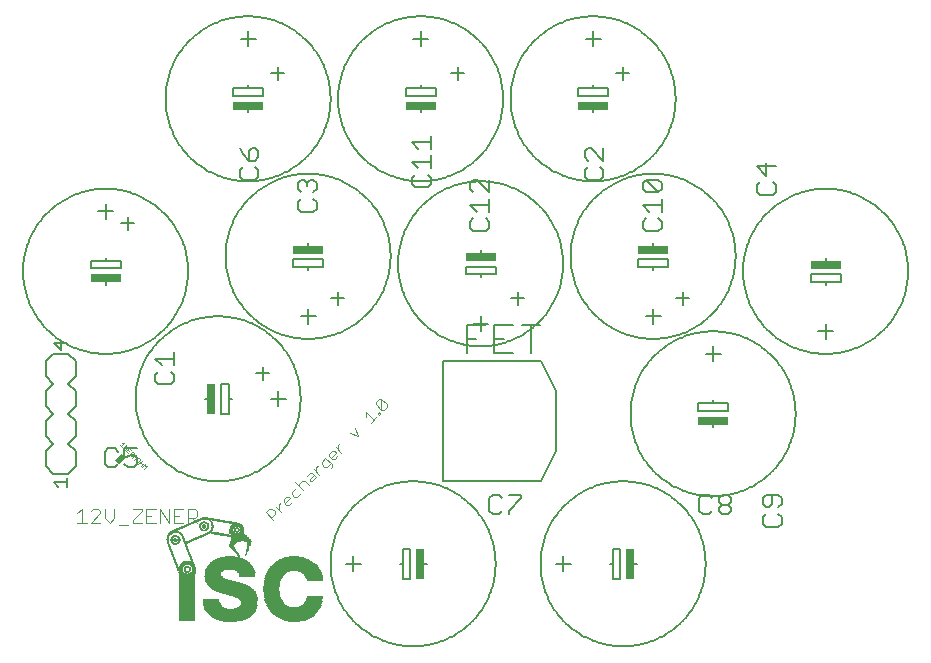
<source format=gto>
G75*
%MOIN*%
%OFA0B0*%
%FSLAX25Y25*%
%IPPOS*%
%LPD*%
%AMOC8*
5,1,8,0,0,1.08239X$1,22.5*
%
%ADD10C,0.00600*%
%ADD11C,0.00300*%
%ADD12R,0.02100X0.00075*%
%ADD13R,0.01800X0.00075*%
%ADD14R,0.03750X0.00075*%
%ADD15R,0.03300X0.00075*%
%ADD16R,0.04875X0.00075*%
%ADD17R,0.04200X0.00075*%
%ADD18R,0.05625X0.00075*%
%ADD19R,0.04950X0.00075*%
%ADD20R,0.06375X0.00075*%
%ADD21R,0.07050X0.00075*%
%ADD22R,0.06150X0.00075*%
%ADD23R,0.05550X0.00075*%
%ADD24R,0.07500X0.00075*%
%ADD25R,0.06675X0.00075*%
%ADD26R,0.08100X0.00075*%
%ADD27R,0.07125X0.00075*%
%ADD28R,0.08550X0.00075*%
%ADD29R,0.07575X0.00075*%
%ADD30R,0.09000X0.00075*%
%ADD31R,0.08025X0.00075*%
%ADD32R,0.09375X0.00075*%
%ADD33R,0.08325X0.00075*%
%ADD34R,0.09750X0.00075*%
%ADD35R,0.08775X0.00075*%
%ADD36R,0.10125X0.00075*%
%ADD37R,0.09075X0.00075*%
%ADD38R,0.10425X0.00075*%
%ADD39R,0.10725X0.00075*%
%ADD40R,0.09675X0.00075*%
%ADD41R,0.11025X0.00075*%
%ADD42R,0.09975X0.00075*%
%ADD43R,0.11325X0.00075*%
%ADD44R,0.10275X0.00075*%
%ADD45R,0.11625X0.00075*%
%ADD46R,0.10575X0.00075*%
%ADD47R,0.11850X0.00075*%
%ADD48R,0.10800X0.00075*%
%ADD49R,0.12075X0.00075*%
%ADD50R,0.12375X0.00075*%
%ADD51R,0.12600X0.00075*%
%ADD52R,0.11475X0.00075*%
%ADD53R,0.12825X0.00075*%
%ADD54R,0.11775X0.00075*%
%ADD55R,0.12975X0.00075*%
%ADD56R,0.11925X0.00075*%
%ADD57R,0.13200X0.00075*%
%ADD58R,0.12150X0.00075*%
%ADD59R,0.13425X0.00075*%
%ADD60R,0.13575X0.00075*%
%ADD61R,0.13725X0.00075*%
%ADD62R,0.12750X0.00075*%
%ADD63R,0.13950X0.00075*%
%ADD64R,0.12900X0.00075*%
%ADD65R,0.14100X0.00075*%
%ADD66R,0.13125X0.00075*%
%ADD67R,0.14250X0.00075*%
%ADD68R,0.13350X0.00075*%
%ADD69R,0.14400X0.00075*%
%ADD70R,0.13500X0.00075*%
%ADD71R,0.14550X0.00075*%
%ADD72R,0.13650X0.00075*%
%ADD73R,0.14700X0.00075*%
%ADD74R,0.13800X0.00075*%
%ADD75R,0.14850X0.00075*%
%ADD76R,0.15000X0.00075*%
%ADD77R,0.15150X0.00075*%
%ADD78R,0.15225X0.00075*%
%ADD79R,0.15375X0.00075*%
%ADD80R,0.15450X0.00075*%
%ADD81R,0.15600X0.00075*%
%ADD82R,0.15750X0.00075*%
%ADD83R,0.15825X0.00075*%
%ADD84R,0.15900X0.00075*%
%ADD85R,0.16050X0.00075*%
%ADD86R,0.16125X0.00075*%
%ADD87R,0.15525X0.00075*%
%ADD88R,0.16200X0.00075*%
%ADD89R,0.15675X0.00075*%
%ADD90R,0.16350X0.00075*%
%ADD91R,0.16500X0.00075*%
%ADD92R,0.15975X0.00075*%
%ADD93R,0.16575X0.00075*%
%ADD94R,0.16650X0.00075*%
%ADD95R,0.16725X0.00075*%
%ADD96R,0.16800X0.00075*%
%ADD97R,0.16425X0.00075*%
%ADD98R,0.16875X0.00075*%
%ADD99R,0.16950X0.00075*%
%ADD100R,0.17025X0.00075*%
%ADD101R,0.07650X0.00075*%
%ADD102R,0.07350X0.00075*%
%ADD103R,0.07200X0.00075*%
%ADD104R,0.06975X0.00075*%
%ADD105R,0.06825X0.00075*%
%ADD106R,0.06525X0.00075*%
%ADD107R,0.17100X0.00075*%
%ADD108R,0.17175X0.00075*%
%ADD109R,0.06225X0.00075*%
%ADD110R,0.17250X0.00075*%
%ADD111R,0.07800X0.00075*%
%ADD112R,0.06000X0.00075*%
%ADD113R,0.05925X0.00075*%
%ADD114R,0.07275X0.00075*%
%ADD115R,0.05850X0.00075*%
%ADD116R,0.05775X0.00075*%
%ADD117R,0.06900X0.00075*%
%ADD118R,0.05700X0.00075*%
%ADD119R,0.06750X0.00075*%
%ADD120R,0.06600X0.00075*%
%ADD121R,0.06450X0.00075*%
%ADD122R,0.05475X0.00075*%
%ADD123R,0.06300X0.00075*%
%ADD124R,0.06075X0.00075*%
%ADD125R,0.05400X0.00075*%
%ADD126R,0.07950X0.00075*%
%ADD127R,0.08250X0.00075*%
%ADD128R,0.08475X0.00075*%
%ADD129R,0.08700X0.00075*%
%ADD130R,0.09300X0.00075*%
%ADD131R,0.09525X0.00075*%
%ADD132R,0.09825X0.00075*%
%ADD133R,0.11250X0.00075*%
%ADD134R,0.12000X0.00075*%
%ADD135R,0.12225X0.00075*%
%ADD136R,0.12450X0.00075*%
%ADD137R,0.13050X0.00075*%
%ADD138R,0.13275X0.00075*%
%ADD139R,0.12675X0.00075*%
%ADD140R,0.12525X0.00075*%
%ADD141R,0.12300X0.00075*%
%ADD142R,0.11400X0.00075*%
%ADD143R,0.10950X0.00075*%
%ADD144R,0.10500X0.00075*%
%ADD145R,0.09450X0.00075*%
%ADD146R,0.09150X0.00075*%
%ADD147R,0.08925X0.00075*%
%ADD148R,0.08625X0.00075*%
%ADD149R,0.05325X0.00075*%
%ADD150R,0.02400X0.00075*%
%ADD151R,0.02175X0.00075*%
%ADD152R,0.02025X0.00075*%
%ADD153R,0.01950X0.00075*%
%ADD154R,0.01875X0.00075*%
%ADD155R,0.01725X0.00075*%
%ADD156R,0.00525X0.00075*%
%ADD157R,0.01650X0.00075*%
%ADD158R,0.01050X0.00075*%
%ADD159R,0.01575X0.00075*%
%ADD160R,0.01200X0.00075*%
%ADD161R,0.01500X0.00075*%
%ADD162R,0.01425X0.00075*%
%ADD163R,0.01350X0.00075*%
%ADD164R,0.00750X0.00075*%
%ADD165R,0.00600X0.00075*%
%ADD166R,0.00675X0.00075*%
%ADD167R,0.01275X0.00075*%
%ADD168R,0.17400X0.00075*%
%ADD169R,0.17325X0.00075*%
%ADD170R,0.00450X0.00075*%
%ADD171R,0.15300X0.00075*%
%ADD172R,0.15075X0.00075*%
%ADD173R,0.00900X0.00075*%
%ADD174R,0.14925X0.00075*%
%ADD175R,0.14775X0.00075*%
%ADD176R,0.14475X0.00075*%
%ADD177R,0.14625X0.00075*%
%ADD178R,0.14325X0.00075*%
%ADD179R,0.14175X0.00075*%
%ADD180R,0.04575X0.00075*%
%ADD181R,0.04425X0.00075*%
%ADD182R,0.14025X0.00075*%
%ADD183R,0.04275X0.00075*%
%ADD184R,0.04125X0.00075*%
%ADD185R,0.03975X0.00075*%
%ADD186R,0.03900X0.00075*%
%ADD187R,0.03675X0.00075*%
%ADD188R,0.03600X0.00075*%
%ADD189R,0.03375X0.00075*%
%ADD190R,0.03075X0.00075*%
%ADD191R,0.11700X0.00075*%
%ADD192R,0.10200X0.00075*%
%ADD193R,0.09900X0.00075*%
%ADD194R,0.09600X0.00075*%
%ADD195R,0.09225X0.00075*%
%ADD196R,0.08175X0.00075*%
%ADD197R,0.07875X0.00075*%
%ADD198R,0.07725X0.00075*%
%ADD199R,0.07425X0.00075*%
%ADD200R,0.05100X0.00075*%
%ADD201R,0.04800X0.00075*%
%ADD202R,0.04350X0.00075*%
%ADD203R,0.04050X0.00075*%
%ADD204R,0.00150X0.00075*%
%ADD205R,0.03150X0.00075*%
%ADD206R,0.00225X0.00075*%
%ADD207R,0.00375X0.00075*%
%ADD208R,0.00075X0.00075*%
%ADD209R,0.00300X0.00075*%
%ADD210R,0.00825X0.00075*%
%ADD211R,0.00975X0.00075*%
%ADD212R,0.01125X0.00075*%
%ADD213R,0.02250X0.00075*%
%ADD214R,0.02325X0.00075*%
%ADD215R,0.02625X0.00075*%
%ADD216R,0.03000X0.00075*%
%ADD217R,0.03450X0.00075*%
%ADD218R,0.02475X0.00075*%
%ADD219R,0.02925X0.00075*%
%ADD220R,0.02700X0.00075*%
%ADD221R,0.03225X0.00075*%
%ADD222R,0.02550X0.00075*%
%ADD223R,0.02850X0.00075*%
%ADD224R,0.02775X0.00075*%
%ADD225R,0.03825X0.00075*%
%ADD226R,0.03525X0.00075*%
%ADD227R,0.05175X0.00075*%
%ADD228R,0.04650X0.00075*%
%ADD229C,0.00400*%
%ADD230C,0.00100*%
%ADD231R,0.01800X0.03000*%
%ADD232C,0.00700*%
%ADD233R,0.10000X0.02500*%
%ADD234R,0.02500X0.10000*%
%ADD235C,0.00500*%
%ADD236C,0.00800*%
D10*
X0014800Y0067830D02*
X0012300Y0070330D01*
X0012300Y0075330D01*
X0014800Y0077830D01*
X0012300Y0080330D01*
X0012300Y0085330D01*
X0014800Y0087830D01*
X0012300Y0090330D01*
X0012300Y0095330D01*
X0014800Y0097830D01*
X0012300Y0100330D01*
X0012300Y0105330D01*
X0014800Y0107830D01*
X0019800Y0107830D01*
X0022300Y0105330D01*
X0022300Y0100330D01*
X0019800Y0097830D01*
X0022300Y0095330D01*
X0022300Y0090330D01*
X0019800Y0087830D01*
X0022300Y0085330D01*
X0022300Y0080330D01*
X0019800Y0077830D01*
X0022300Y0075330D01*
X0022300Y0070330D01*
X0019800Y0067830D01*
X0014800Y0067830D01*
X0065300Y0092830D02*
X0067300Y0092830D01*
X0042300Y0092830D02*
X0042308Y0093505D01*
X0042333Y0094179D01*
X0042375Y0094853D01*
X0042432Y0095525D01*
X0042507Y0096196D01*
X0042598Y0096865D01*
X0042705Y0097531D01*
X0042828Y0098195D01*
X0042968Y0098855D01*
X0043124Y0099512D01*
X0043296Y0100165D01*
X0043484Y0100813D01*
X0043688Y0101456D01*
X0043908Y0102094D01*
X0044143Y0102727D01*
X0044393Y0103354D01*
X0044659Y0103974D01*
X0044940Y0104588D01*
X0045236Y0105194D01*
X0045547Y0105793D01*
X0045873Y0106385D01*
X0046212Y0106968D01*
X0046567Y0107542D01*
X0046935Y0108108D01*
X0047316Y0108665D01*
X0047712Y0109212D01*
X0048120Y0109749D01*
X0048542Y0110276D01*
X0048977Y0110792D01*
X0049424Y0111298D01*
X0049883Y0111792D01*
X0050355Y0112275D01*
X0050838Y0112747D01*
X0051332Y0113206D01*
X0051838Y0113653D01*
X0052354Y0114088D01*
X0052881Y0114510D01*
X0053418Y0114918D01*
X0053965Y0115314D01*
X0054522Y0115695D01*
X0055088Y0116063D01*
X0055662Y0116418D01*
X0056245Y0116757D01*
X0056837Y0117083D01*
X0057436Y0117394D01*
X0058042Y0117690D01*
X0058656Y0117971D01*
X0059276Y0118237D01*
X0059903Y0118487D01*
X0060536Y0118722D01*
X0061174Y0118942D01*
X0061817Y0119146D01*
X0062465Y0119334D01*
X0063118Y0119506D01*
X0063775Y0119662D01*
X0064435Y0119802D01*
X0065099Y0119925D01*
X0065765Y0120032D01*
X0066434Y0120123D01*
X0067105Y0120198D01*
X0067777Y0120255D01*
X0068451Y0120297D01*
X0069125Y0120322D01*
X0069800Y0120330D01*
X0070475Y0120322D01*
X0071149Y0120297D01*
X0071823Y0120255D01*
X0072495Y0120198D01*
X0073166Y0120123D01*
X0073835Y0120032D01*
X0074501Y0119925D01*
X0075165Y0119802D01*
X0075825Y0119662D01*
X0076482Y0119506D01*
X0077135Y0119334D01*
X0077783Y0119146D01*
X0078426Y0118942D01*
X0079064Y0118722D01*
X0079697Y0118487D01*
X0080324Y0118237D01*
X0080944Y0117971D01*
X0081558Y0117690D01*
X0082164Y0117394D01*
X0082763Y0117083D01*
X0083355Y0116757D01*
X0083938Y0116418D01*
X0084512Y0116063D01*
X0085078Y0115695D01*
X0085635Y0115314D01*
X0086182Y0114918D01*
X0086719Y0114510D01*
X0087246Y0114088D01*
X0087762Y0113653D01*
X0088268Y0113206D01*
X0088762Y0112747D01*
X0089245Y0112275D01*
X0089717Y0111792D01*
X0090176Y0111298D01*
X0090623Y0110792D01*
X0091058Y0110276D01*
X0091480Y0109749D01*
X0091888Y0109212D01*
X0092284Y0108665D01*
X0092665Y0108108D01*
X0093033Y0107542D01*
X0093388Y0106968D01*
X0093727Y0106385D01*
X0094053Y0105793D01*
X0094364Y0105194D01*
X0094660Y0104588D01*
X0094941Y0103974D01*
X0095207Y0103354D01*
X0095457Y0102727D01*
X0095692Y0102094D01*
X0095912Y0101456D01*
X0096116Y0100813D01*
X0096304Y0100165D01*
X0096476Y0099512D01*
X0096632Y0098855D01*
X0096772Y0098195D01*
X0096895Y0097531D01*
X0097002Y0096865D01*
X0097093Y0096196D01*
X0097168Y0095525D01*
X0097225Y0094853D01*
X0097267Y0094179D01*
X0097292Y0093505D01*
X0097300Y0092830D01*
X0097292Y0092155D01*
X0097267Y0091481D01*
X0097225Y0090807D01*
X0097168Y0090135D01*
X0097093Y0089464D01*
X0097002Y0088795D01*
X0096895Y0088129D01*
X0096772Y0087465D01*
X0096632Y0086805D01*
X0096476Y0086148D01*
X0096304Y0085495D01*
X0096116Y0084847D01*
X0095912Y0084204D01*
X0095692Y0083566D01*
X0095457Y0082933D01*
X0095207Y0082306D01*
X0094941Y0081686D01*
X0094660Y0081072D01*
X0094364Y0080466D01*
X0094053Y0079867D01*
X0093727Y0079275D01*
X0093388Y0078692D01*
X0093033Y0078118D01*
X0092665Y0077552D01*
X0092284Y0076995D01*
X0091888Y0076448D01*
X0091480Y0075911D01*
X0091058Y0075384D01*
X0090623Y0074868D01*
X0090176Y0074362D01*
X0089717Y0073868D01*
X0089245Y0073385D01*
X0088762Y0072913D01*
X0088268Y0072454D01*
X0087762Y0072007D01*
X0087246Y0071572D01*
X0086719Y0071150D01*
X0086182Y0070742D01*
X0085635Y0070346D01*
X0085078Y0069965D01*
X0084512Y0069597D01*
X0083938Y0069242D01*
X0083355Y0068903D01*
X0082763Y0068577D01*
X0082164Y0068266D01*
X0081558Y0067970D01*
X0080944Y0067689D01*
X0080324Y0067423D01*
X0079697Y0067173D01*
X0079064Y0066938D01*
X0078426Y0066718D01*
X0077783Y0066514D01*
X0077135Y0066326D01*
X0076482Y0066154D01*
X0075825Y0065998D01*
X0075165Y0065858D01*
X0074501Y0065735D01*
X0073835Y0065628D01*
X0073166Y0065537D01*
X0072495Y0065462D01*
X0071823Y0065405D01*
X0071149Y0065363D01*
X0070475Y0065338D01*
X0069800Y0065330D01*
X0069125Y0065338D01*
X0068451Y0065363D01*
X0067777Y0065405D01*
X0067105Y0065462D01*
X0066434Y0065537D01*
X0065765Y0065628D01*
X0065099Y0065735D01*
X0064435Y0065858D01*
X0063775Y0065998D01*
X0063118Y0066154D01*
X0062465Y0066326D01*
X0061817Y0066514D01*
X0061174Y0066718D01*
X0060536Y0066938D01*
X0059903Y0067173D01*
X0059276Y0067423D01*
X0058656Y0067689D01*
X0058042Y0067970D01*
X0057436Y0068266D01*
X0056837Y0068577D01*
X0056245Y0068903D01*
X0055662Y0069242D01*
X0055088Y0069597D01*
X0054522Y0069965D01*
X0053965Y0070346D01*
X0053418Y0070742D01*
X0052881Y0071150D01*
X0052354Y0071572D01*
X0051838Y0072007D01*
X0051332Y0072454D01*
X0050838Y0072913D01*
X0050355Y0073385D01*
X0049883Y0073868D01*
X0049424Y0074362D01*
X0048977Y0074868D01*
X0048542Y0075384D01*
X0048120Y0075911D01*
X0047712Y0076448D01*
X0047316Y0076995D01*
X0046935Y0077552D01*
X0046567Y0078118D01*
X0046212Y0078692D01*
X0045873Y0079275D01*
X0045547Y0079867D01*
X0045236Y0080466D01*
X0044940Y0081072D01*
X0044659Y0081686D01*
X0044393Y0082306D01*
X0044143Y0082933D01*
X0043908Y0083566D01*
X0043688Y0084204D01*
X0043484Y0084847D01*
X0043296Y0085495D01*
X0043124Y0086148D01*
X0042968Y0086805D01*
X0042828Y0087465D01*
X0042705Y0088129D01*
X0042598Y0088795D01*
X0042507Y0089464D01*
X0042432Y0090135D01*
X0042375Y0090807D01*
X0042333Y0091481D01*
X0042308Y0092155D01*
X0042300Y0092830D01*
X0070800Y0087830D02*
X0073300Y0087830D01*
X0073300Y0092830D01*
X0073300Y0097830D01*
X0070800Y0097830D01*
X0070800Y0087830D01*
X0073300Y0092830D02*
X0074300Y0092830D01*
X0082600Y0101333D02*
X0086870Y0101333D01*
X0084735Y0103468D02*
X0084735Y0099198D01*
X0089800Y0095330D02*
X0089800Y0090330D01*
X0092300Y0092830D02*
X0087300Y0092830D01*
X0099800Y0117830D02*
X0099800Y0122830D01*
X0102300Y0120330D02*
X0097300Y0120330D01*
X0107600Y0126333D02*
X0111870Y0126333D01*
X0109735Y0128468D02*
X0109735Y0124198D01*
X0104800Y0136830D02*
X0099800Y0136830D01*
X0094800Y0136830D01*
X0094800Y0139330D01*
X0104800Y0139330D01*
X0104800Y0136830D01*
X0099800Y0136830D02*
X0099800Y0135830D01*
X0072300Y0140330D02*
X0072308Y0141005D01*
X0072333Y0141679D01*
X0072375Y0142353D01*
X0072432Y0143025D01*
X0072507Y0143696D01*
X0072598Y0144365D01*
X0072705Y0145031D01*
X0072828Y0145695D01*
X0072968Y0146355D01*
X0073124Y0147012D01*
X0073296Y0147665D01*
X0073484Y0148313D01*
X0073688Y0148956D01*
X0073908Y0149594D01*
X0074143Y0150227D01*
X0074393Y0150854D01*
X0074659Y0151474D01*
X0074940Y0152088D01*
X0075236Y0152694D01*
X0075547Y0153293D01*
X0075873Y0153885D01*
X0076212Y0154468D01*
X0076567Y0155042D01*
X0076935Y0155608D01*
X0077316Y0156165D01*
X0077712Y0156712D01*
X0078120Y0157249D01*
X0078542Y0157776D01*
X0078977Y0158292D01*
X0079424Y0158798D01*
X0079883Y0159292D01*
X0080355Y0159775D01*
X0080838Y0160247D01*
X0081332Y0160706D01*
X0081838Y0161153D01*
X0082354Y0161588D01*
X0082881Y0162010D01*
X0083418Y0162418D01*
X0083965Y0162814D01*
X0084522Y0163195D01*
X0085088Y0163563D01*
X0085662Y0163918D01*
X0086245Y0164257D01*
X0086837Y0164583D01*
X0087436Y0164894D01*
X0088042Y0165190D01*
X0088656Y0165471D01*
X0089276Y0165737D01*
X0089903Y0165987D01*
X0090536Y0166222D01*
X0091174Y0166442D01*
X0091817Y0166646D01*
X0092465Y0166834D01*
X0093118Y0167006D01*
X0093775Y0167162D01*
X0094435Y0167302D01*
X0095099Y0167425D01*
X0095765Y0167532D01*
X0096434Y0167623D01*
X0097105Y0167698D01*
X0097777Y0167755D01*
X0098451Y0167797D01*
X0099125Y0167822D01*
X0099800Y0167830D01*
X0100475Y0167822D01*
X0101149Y0167797D01*
X0101823Y0167755D01*
X0102495Y0167698D01*
X0103166Y0167623D01*
X0103835Y0167532D01*
X0104501Y0167425D01*
X0105165Y0167302D01*
X0105825Y0167162D01*
X0106482Y0167006D01*
X0107135Y0166834D01*
X0107783Y0166646D01*
X0108426Y0166442D01*
X0109064Y0166222D01*
X0109697Y0165987D01*
X0110324Y0165737D01*
X0110944Y0165471D01*
X0111558Y0165190D01*
X0112164Y0164894D01*
X0112763Y0164583D01*
X0113355Y0164257D01*
X0113938Y0163918D01*
X0114512Y0163563D01*
X0115078Y0163195D01*
X0115635Y0162814D01*
X0116182Y0162418D01*
X0116719Y0162010D01*
X0117246Y0161588D01*
X0117762Y0161153D01*
X0118268Y0160706D01*
X0118762Y0160247D01*
X0119245Y0159775D01*
X0119717Y0159292D01*
X0120176Y0158798D01*
X0120623Y0158292D01*
X0121058Y0157776D01*
X0121480Y0157249D01*
X0121888Y0156712D01*
X0122284Y0156165D01*
X0122665Y0155608D01*
X0123033Y0155042D01*
X0123388Y0154468D01*
X0123727Y0153885D01*
X0124053Y0153293D01*
X0124364Y0152694D01*
X0124660Y0152088D01*
X0124941Y0151474D01*
X0125207Y0150854D01*
X0125457Y0150227D01*
X0125692Y0149594D01*
X0125912Y0148956D01*
X0126116Y0148313D01*
X0126304Y0147665D01*
X0126476Y0147012D01*
X0126632Y0146355D01*
X0126772Y0145695D01*
X0126895Y0145031D01*
X0127002Y0144365D01*
X0127093Y0143696D01*
X0127168Y0143025D01*
X0127225Y0142353D01*
X0127267Y0141679D01*
X0127292Y0141005D01*
X0127300Y0140330D01*
X0127292Y0139655D01*
X0127267Y0138981D01*
X0127225Y0138307D01*
X0127168Y0137635D01*
X0127093Y0136964D01*
X0127002Y0136295D01*
X0126895Y0135629D01*
X0126772Y0134965D01*
X0126632Y0134305D01*
X0126476Y0133648D01*
X0126304Y0132995D01*
X0126116Y0132347D01*
X0125912Y0131704D01*
X0125692Y0131066D01*
X0125457Y0130433D01*
X0125207Y0129806D01*
X0124941Y0129186D01*
X0124660Y0128572D01*
X0124364Y0127966D01*
X0124053Y0127367D01*
X0123727Y0126775D01*
X0123388Y0126192D01*
X0123033Y0125618D01*
X0122665Y0125052D01*
X0122284Y0124495D01*
X0121888Y0123948D01*
X0121480Y0123411D01*
X0121058Y0122884D01*
X0120623Y0122368D01*
X0120176Y0121862D01*
X0119717Y0121368D01*
X0119245Y0120885D01*
X0118762Y0120413D01*
X0118268Y0119954D01*
X0117762Y0119507D01*
X0117246Y0119072D01*
X0116719Y0118650D01*
X0116182Y0118242D01*
X0115635Y0117846D01*
X0115078Y0117465D01*
X0114512Y0117097D01*
X0113938Y0116742D01*
X0113355Y0116403D01*
X0112763Y0116077D01*
X0112164Y0115766D01*
X0111558Y0115470D01*
X0110944Y0115189D01*
X0110324Y0114923D01*
X0109697Y0114673D01*
X0109064Y0114438D01*
X0108426Y0114218D01*
X0107783Y0114014D01*
X0107135Y0113826D01*
X0106482Y0113654D01*
X0105825Y0113498D01*
X0105165Y0113358D01*
X0104501Y0113235D01*
X0103835Y0113128D01*
X0103166Y0113037D01*
X0102495Y0112962D01*
X0101823Y0112905D01*
X0101149Y0112863D01*
X0100475Y0112838D01*
X0099800Y0112830D01*
X0099125Y0112838D01*
X0098451Y0112863D01*
X0097777Y0112905D01*
X0097105Y0112962D01*
X0096434Y0113037D01*
X0095765Y0113128D01*
X0095099Y0113235D01*
X0094435Y0113358D01*
X0093775Y0113498D01*
X0093118Y0113654D01*
X0092465Y0113826D01*
X0091817Y0114014D01*
X0091174Y0114218D01*
X0090536Y0114438D01*
X0089903Y0114673D01*
X0089276Y0114923D01*
X0088656Y0115189D01*
X0088042Y0115470D01*
X0087436Y0115766D01*
X0086837Y0116077D01*
X0086245Y0116403D01*
X0085662Y0116742D01*
X0085088Y0117097D01*
X0084522Y0117465D01*
X0083965Y0117846D01*
X0083418Y0118242D01*
X0082881Y0118650D01*
X0082354Y0119072D01*
X0081838Y0119507D01*
X0081332Y0119954D01*
X0080838Y0120413D01*
X0080355Y0120885D01*
X0079883Y0121368D01*
X0079424Y0121862D01*
X0078977Y0122368D01*
X0078542Y0122884D01*
X0078120Y0123411D01*
X0077712Y0123948D01*
X0077316Y0124495D01*
X0076935Y0125052D01*
X0076567Y0125618D01*
X0076212Y0126192D01*
X0075873Y0126775D01*
X0075547Y0127367D01*
X0075236Y0127966D01*
X0074940Y0128572D01*
X0074659Y0129186D01*
X0074393Y0129806D01*
X0074143Y0130433D01*
X0073908Y0131066D01*
X0073688Y0131704D01*
X0073484Y0132347D01*
X0073296Y0132995D01*
X0073124Y0133648D01*
X0072968Y0134305D01*
X0072828Y0134965D01*
X0072705Y0135629D01*
X0072598Y0136295D01*
X0072507Y0136964D01*
X0072432Y0137635D01*
X0072375Y0138307D01*
X0072333Y0138981D01*
X0072308Y0139655D01*
X0072300Y0140330D01*
X0099800Y0142830D02*
X0099800Y0144830D01*
X0152300Y0136830D02*
X0152300Y0134330D01*
X0157300Y0134330D01*
X0162300Y0134330D01*
X0162300Y0136830D01*
X0152300Y0136830D01*
X0129800Y0137830D02*
X0129808Y0138505D01*
X0129833Y0139179D01*
X0129875Y0139853D01*
X0129932Y0140525D01*
X0130007Y0141196D01*
X0130098Y0141865D01*
X0130205Y0142531D01*
X0130328Y0143195D01*
X0130468Y0143855D01*
X0130624Y0144512D01*
X0130796Y0145165D01*
X0130984Y0145813D01*
X0131188Y0146456D01*
X0131408Y0147094D01*
X0131643Y0147727D01*
X0131893Y0148354D01*
X0132159Y0148974D01*
X0132440Y0149588D01*
X0132736Y0150194D01*
X0133047Y0150793D01*
X0133373Y0151385D01*
X0133712Y0151968D01*
X0134067Y0152542D01*
X0134435Y0153108D01*
X0134816Y0153665D01*
X0135212Y0154212D01*
X0135620Y0154749D01*
X0136042Y0155276D01*
X0136477Y0155792D01*
X0136924Y0156298D01*
X0137383Y0156792D01*
X0137855Y0157275D01*
X0138338Y0157747D01*
X0138832Y0158206D01*
X0139338Y0158653D01*
X0139854Y0159088D01*
X0140381Y0159510D01*
X0140918Y0159918D01*
X0141465Y0160314D01*
X0142022Y0160695D01*
X0142588Y0161063D01*
X0143162Y0161418D01*
X0143745Y0161757D01*
X0144337Y0162083D01*
X0144936Y0162394D01*
X0145542Y0162690D01*
X0146156Y0162971D01*
X0146776Y0163237D01*
X0147403Y0163487D01*
X0148036Y0163722D01*
X0148674Y0163942D01*
X0149317Y0164146D01*
X0149965Y0164334D01*
X0150618Y0164506D01*
X0151275Y0164662D01*
X0151935Y0164802D01*
X0152599Y0164925D01*
X0153265Y0165032D01*
X0153934Y0165123D01*
X0154605Y0165198D01*
X0155277Y0165255D01*
X0155951Y0165297D01*
X0156625Y0165322D01*
X0157300Y0165330D01*
X0157975Y0165322D01*
X0158649Y0165297D01*
X0159323Y0165255D01*
X0159995Y0165198D01*
X0160666Y0165123D01*
X0161335Y0165032D01*
X0162001Y0164925D01*
X0162665Y0164802D01*
X0163325Y0164662D01*
X0163982Y0164506D01*
X0164635Y0164334D01*
X0165283Y0164146D01*
X0165926Y0163942D01*
X0166564Y0163722D01*
X0167197Y0163487D01*
X0167824Y0163237D01*
X0168444Y0162971D01*
X0169058Y0162690D01*
X0169664Y0162394D01*
X0170263Y0162083D01*
X0170855Y0161757D01*
X0171438Y0161418D01*
X0172012Y0161063D01*
X0172578Y0160695D01*
X0173135Y0160314D01*
X0173682Y0159918D01*
X0174219Y0159510D01*
X0174746Y0159088D01*
X0175262Y0158653D01*
X0175768Y0158206D01*
X0176262Y0157747D01*
X0176745Y0157275D01*
X0177217Y0156792D01*
X0177676Y0156298D01*
X0178123Y0155792D01*
X0178558Y0155276D01*
X0178980Y0154749D01*
X0179388Y0154212D01*
X0179784Y0153665D01*
X0180165Y0153108D01*
X0180533Y0152542D01*
X0180888Y0151968D01*
X0181227Y0151385D01*
X0181553Y0150793D01*
X0181864Y0150194D01*
X0182160Y0149588D01*
X0182441Y0148974D01*
X0182707Y0148354D01*
X0182957Y0147727D01*
X0183192Y0147094D01*
X0183412Y0146456D01*
X0183616Y0145813D01*
X0183804Y0145165D01*
X0183976Y0144512D01*
X0184132Y0143855D01*
X0184272Y0143195D01*
X0184395Y0142531D01*
X0184502Y0141865D01*
X0184593Y0141196D01*
X0184668Y0140525D01*
X0184725Y0139853D01*
X0184767Y0139179D01*
X0184792Y0138505D01*
X0184800Y0137830D01*
X0184792Y0137155D01*
X0184767Y0136481D01*
X0184725Y0135807D01*
X0184668Y0135135D01*
X0184593Y0134464D01*
X0184502Y0133795D01*
X0184395Y0133129D01*
X0184272Y0132465D01*
X0184132Y0131805D01*
X0183976Y0131148D01*
X0183804Y0130495D01*
X0183616Y0129847D01*
X0183412Y0129204D01*
X0183192Y0128566D01*
X0182957Y0127933D01*
X0182707Y0127306D01*
X0182441Y0126686D01*
X0182160Y0126072D01*
X0181864Y0125466D01*
X0181553Y0124867D01*
X0181227Y0124275D01*
X0180888Y0123692D01*
X0180533Y0123118D01*
X0180165Y0122552D01*
X0179784Y0121995D01*
X0179388Y0121448D01*
X0178980Y0120911D01*
X0178558Y0120384D01*
X0178123Y0119868D01*
X0177676Y0119362D01*
X0177217Y0118868D01*
X0176745Y0118385D01*
X0176262Y0117913D01*
X0175768Y0117454D01*
X0175262Y0117007D01*
X0174746Y0116572D01*
X0174219Y0116150D01*
X0173682Y0115742D01*
X0173135Y0115346D01*
X0172578Y0114965D01*
X0172012Y0114597D01*
X0171438Y0114242D01*
X0170855Y0113903D01*
X0170263Y0113577D01*
X0169664Y0113266D01*
X0169058Y0112970D01*
X0168444Y0112689D01*
X0167824Y0112423D01*
X0167197Y0112173D01*
X0166564Y0111938D01*
X0165926Y0111718D01*
X0165283Y0111514D01*
X0164635Y0111326D01*
X0163982Y0111154D01*
X0163325Y0110998D01*
X0162665Y0110858D01*
X0162001Y0110735D01*
X0161335Y0110628D01*
X0160666Y0110537D01*
X0159995Y0110462D01*
X0159323Y0110405D01*
X0158649Y0110363D01*
X0157975Y0110338D01*
X0157300Y0110330D01*
X0156625Y0110338D01*
X0155951Y0110363D01*
X0155277Y0110405D01*
X0154605Y0110462D01*
X0153934Y0110537D01*
X0153265Y0110628D01*
X0152599Y0110735D01*
X0151935Y0110858D01*
X0151275Y0110998D01*
X0150618Y0111154D01*
X0149965Y0111326D01*
X0149317Y0111514D01*
X0148674Y0111718D01*
X0148036Y0111938D01*
X0147403Y0112173D01*
X0146776Y0112423D01*
X0146156Y0112689D01*
X0145542Y0112970D01*
X0144936Y0113266D01*
X0144337Y0113577D01*
X0143745Y0113903D01*
X0143162Y0114242D01*
X0142588Y0114597D01*
X0142022Y0114965D01*
X0141465Y0115346D01*
X0140918Y0115742D01*
X0140381Y0116150D01*
X0139854Y0116572D01*
X0139338Y0117007D01*
X0138832Y0117454D01*
X0138338Y0117913D01*
X0137855Y0118385D01*
X0137383Y0118868D01*
X0136924Y0119362D01*
X0136477Y0119868D01*
X0136042Y0120384D01*
X0135620Y0120911D01*
X0135212Y0121448D01*
X0134816Y0121995D01*
X0134435Y0122552D01*
X0134067Y0123118D01*
X0133712Y0123692D01*
X0133373Y0124275D01*
X0133047Y0124867D01*
X0132736Y0125466D01*
X0132440Y0126072D01*
X0132159Y0126686D01*
X0131893Y0127306D01*
X0131643Y0127933D01*
X0131408Y0128566D01*
X0131188Y0129204D01*
X0130984Y0129847D01*
X0130796Y0130495D01*
X0130624Y0131148D01*
X0130468Y0131805D01*
X0130328Y0132465D01*
X0130205Y0133129D01*
X0130098Y0133795D01*
X0130007Y0134464D01*
X0129932Y0135135D01*
X0129875Y0135807D01*
X0129833Y0136481D01*
X0129808Y0137155D01*
X0129800Y0137830D01*
X0157300Y0140330D02*
X0157300Y0142330D01*
X0157300Y0134330D02*
X0157300Y0133330D01*
X0167600Y0126333D02*
X0171870Y0126333D01*
X0169735Y0128468D02*
X0169735Y0124198D01*
X0159800Y0117830D02*
X0154800Y0117830D01*
X0157300Y0115330D02*
X0157300Y0120330D01*
X0209800Y0136830D02*
X0214800Y0136830D01*
X0219800Y0136830D01*
X0219800Y0139330D01*
X0209800Y0139330D01*
X0209800Y0136830D01*
X0214800Y0136830D02*
X0214800Y0135830D01*
X0187300Y0140330D02*
X0187308Y0141005D01*
X0187333Y0141679D01*
X0187375Y0142353D01*
X0187432Y0143025D01*
X0187507Y0143696D01*
X0187598Y0144365D01*
X0187705Y0145031D01*
X0187828Y0145695D01*
X0187968Y0146355D01*
X0188124Y0147012D01*
X0188296Y0147665D01*
X0188484Y0148313D01*
X0188688Y0148956D01*
X0188908Y0149594D01*
X0189143Y0150227D01*
X0189393Y0150854D01*
X0189659Y0151474D01*
X0189940Y0152088D01*
X0190236Y0152694D01*
X0190547Y0153293D01*
X0190873Y0153885D01*
X0191212Y0154468D01*
X0191567Y0155042D01*
X0191935Y0155608D01*
X0192316Y0156165D01*
X0192712Y0156712D01*
X0193120Y0157249D01*
X0193542Y0157776D01*
X0193977Y0158292D01*
X0194424Y0158798D01*
X0194883Y0159292D01*
X0195355Y0159775D01*
X0195838Y0160247D01*
X0196332Y0160706D01*
X0196838Y0161153D01*
X0197354Y0161588D01*
X0197881Y0162010D01*
X0198418Y0162418D01*
X0198965Y0162814D01*
X0199522Y0163195D01*
X0200088Y0163563D01*
X0200662Y0163918D01*
X0201245Y0164257D01*
X0201837Y0164583D01*
X0202436Y0164894D01*
X0203042Y0165190D01*
X0203656Y0165471D01*
X0204276Y0165737D01*
X0204903Y0165987D01*
X0205536Y0166222D01*
X0206174Y0166442D01*
X0206817Y0166646D01*
X0207465Y0166834D01*
X0208118Y0167006D01*
X0208775Y0167162D01*
X0209435Y0167302D01*
X0210099Y0167425D01*
X0210765Y0167532D01*
X0211434Y0167623D01*
X0212105Y0167698D01*
X0212777Y0167755D01*
X0213451Y0167797D01*
X0214125Y0167822D01*
X0214800Y0167830D01*
X0215475Y0167822D01*
X0216149Y0167797D01*
X0216823Y0167755D01*
X0217495Y0167698D01*
X0218166Y0167623D01*
X0218835Y0167532D01*
X0219501Y0167425D01*
X0220165Y0167302D01*
X0220825Y0167162D01*
X0221482Y0167006D01*
X0222135Y0166834D01*
X0222783Y0166646D01*
X0223426Y0166442D01*
X0224064Y0166222D01*
X0224697Y0165987D01*
X0225324Y0165737D01*
X0225944Y0165471D01*
X0226558Y0165190D01*
X0227164Y0164894D01*
X0227763Y0164583D01*
X0228355Y0164257D01*
X0228938Y0163918D01*
X0229512Y0163563D01*
X0230078Y0163195D01*
X0230635Y0162814D01*
X0231182Y0162418D01*
X0231719Y0162010D01*
X0232246Y0161588D01*
X0232762Y0161153D01*
X0233268Y0160706D01*
X0233762Y0160247D01*
X0234245Y0159775D01*
X0234717Y0159292D01*
X0235176Y0158798D01*
X0235623Y0158292D01*
X0236058Y0157776D01*
X0236480Y0157249D01*
X0236888Y0156712D01*
X0237284Y0156165D01*
X0237665Y0155608D01*
X0238033Y0155042D01*
X0238388Y0154468D01*
X0238727Y0153885D01*
X0239053Y0153293D01*
X0239364Y0152694D01*
X0239660Y0152088D01*
X0239941Y0151474D01*
X0240207Y0150854D01*
X0240457Y0150227D01*
X0240692Y0149594D01*
X0240912Y0148956D01*
X0241116Y0148313D01*
X0241304Y0147665D01*
X0241476Y0147012D01*
X0241632Y0146355D01*
X0241772Y0145695D01*
X0241895Y0145031D01*
X0242002Y0144365D01*
X0242093Y0143696D01*
X0242168Y0143025D01*
X0242225Y0142353D01*
X0242267Y0141679D01*
X0242292Y0141005D01*
X0242300Y0140330D01*
X0242292Y0139655D01*
X0242267Y0138981D01*
X0242225Y0138307D01*
X0242168Y0137635D01*
X0242093Y0136964D01*
X0242002Y0136295D01*
X0241895Y0135629D01*
X0241772Y0134965D01*
X0241632Y0134305D01*
X0241476Y0133648D01*
X0241304Y0132995D01*
X0241116Y0132347D01*
X0240912Y0131704D01*
X0240692Y0131066D01*
X0240457Y0130433D01*
X0240207Y0129806D01*
X0239941Y0129186D01*
X0239660Y0128572D01*
X0239364Y0127966D01*
X0239053Y0127367D01*
X0238727Y0126775D01*
X0238388Y0126192D01*
X0238033Y0125618D01*
X0237665Y0125052D01*
X0237284Y0124495D01*
X0236888Y0123948D01*
X0236480Y0123411D01*
X0236058Y0122884D01*
X0235623Y0122368D01*
X0235176Y0121862D01*
X0234717Y0121368D01*
X0234245Y0120885D01*
X0233762Y0120413D01*
X0233268Y0119954D01*
X0232762Y0119507D01*
X0232246Y0119072D01*
X0231719Y0118650D01*
X0231182Y0118242D01*
X0230635Y0117846D01*
X0230078Y0117465D01*
X0229512Y0117097D01*
X0228938Y0116742D01*
X0228355Y0116403D01*
X0227763Y0116077D01*
X0227164Y0115766D01*
X0226558Y0115470D01*
X0225944Y0115189D01*
X0225324Y0114923D01*
X0224697Y0114673D01*
X0224064Y0114438D01*
X0223426Y0114218D01*
X0222783Y0114014D01*
X0222135Y0113826D01*
X0221482Y0113654D01*
X0220825Y0113498D01*
X0220165Y0113358D01*
X0219501Y0113235D01*
X0218835Y0113128D01*
X0218166Y0113037D01*
X0217495Y0112962D01*
X0216823Y0112905D01*
X0216149Y0112863D01*
X0215475Y0112838D01*
X0214800Y0112830D01*
X0214125Y0112838D01*
X0213451Y0112863D01*
X0212777Y0112905D01*
X0212105Y0112962D01*
X0211434Y0113037D01*
X0210765Y0113128D01*
X0210099Y0113235D01*
X0209435Y0113358D01*
X0208775Y0113498D01*
X0208118Y0113654D01*
X0207465Y0113826D01*
X0206817Y0114014D01*
X0206174Y0114218D01*
X0205536Y0114438D01*
X0204903Y0114673D01*
X0204276Y0114923D01*
X0203656Y0115189D01*
X0203042Y0115470D01*
X0202436Y0115766D01*
X0201837Y0116077D01*
X0201245Y0116403D01*
X0200662Y0116742D01*
X0200088Y0117097D01*
X0199522Y0117465D01*
X0198965Y0117846D01*
X0198418Y0118242D01*
X0197881Y0118650D01*
X0197354Y0119072D01*
X0196838Y0119507D01*
X0196332Y0119954D01*
X0195838Y0120413D01*
X0195355Y0120885D01*
X0194883Y0121368D01*
X0194424Y0121862D01*
X0193977Y0122368D01*
X0193542Y0122884D01*
X0193120Y0123411D01*
X0192712Y0123948D01*
X0192316Y0124495D01*
X0191935Y0125052D01*
X0191567Y0125618D01*
X0191212Y0126192D01*
X0190873Y0126775D01*
X0190547Y0127367D01*
X0190236Y0127966D01*
X0189940Y0128572D01*
X0189659Y0129186D01*
X0189393Y0129806D01*
X0189143Y0130433D01*
X0188908Y0131066D01*
X0188688Y0131704D01*
X0188484Y0132347D01*
X0188296Y0132995D01*
X0188124Y0133648D01*
X0187968Y0134305D01*
X0187828Y0134965D01*
X0187705Y0135629D01*
X0187598Y0136295D01*
X0187507Y0136964D01*
X0187432Y0137635D01*
X0187375Y0138307D01*
X0187333Y0138981D01*
X0187308Y0139655D01*
X0187300Y0140330D01*
X0214800Y0142830D02*
X0214800Y0144830D01*
X0224735Y0128468D02*
X0224735Y0124198D01*
X0222600Y0126333D02*
X0226870Y0126333D01*
X0217300Y0120330D02*
X0212300Y0120330D01*
X0214800Y0117830D02*
X0214800Y0122830D01*
X0234800Y0110330D02*
X0234800Y0105330D01*
X0232300Y0107830D02*
X0237300Y0107830D01*
X0234800Y0092330D02*
X0234800Y0091330D01*
X0239800Y0091330D01*
X0239800Y0088830D01*
X0229800Y0088830D01*
X0229800Y0091330D01*
X0234800Y0091330D01*
X0207300Y0087830D02*
X0207308Y0088505D01*
X0207333Y0089179D01*
X0207375Y0089853D01*
X0207432Y0090525D01*
X0207507Y0091196D01*
X0207598Y0091865D01*
X0207705Y0092531D01*
X0207828Y0093195D01*
X0207968Y0093855D01*
X0208124Y0094512D01*
X0208296Y0095165D01*
X0208484Y0095813D01*
X0208688Y0096456D01*
X0208908Y0097094D01*
X0209143Y0097727D01*
X0209393Y0098354D01*
X0209659Y0098974D01*
X0209940Y0099588D01*
X0210236Y0100194D01*
X0210547Y0100793D01*
X0210873Y0101385D01*
X0211212Y0101968D01*
X0211567Y0102542D01*
X0211935Y0103108D01*
X0212316Y0103665D01*
X0212712Y0104212D01*
X0213120Y0104749D01*
X0213542Y0105276D01*
X0213977Y0105792D01*
X0214424Y0106298D01*
X0214883Y0106792D01*
X0215355Y0107275D01*
X0215838Y0107747D01*
X0216332Y0108206D01*
X0216838Y0108653D01*
X0217354Y0109088D01*
X0217881Y0109510D01*
X0218418Y0109918D01*
X0218965Y0110314D01*
X0219522Y0110695D01*
X0220088Y0111063D01*
X0220662Y0111418D01*
X0221245Y0111757D01*
X0221837Y0112083D01*
X0222436Y0112394D01*
X0223042Y0112690D01*
X0223656Y0112971D01*
X0224276Y0113237D01*
X0224903Y0113487D01*
X0225536Y0113722D01*
X0226174Y0113942D01*
X0226817Y0114146D01*
X0227465Y0114334D01*
X0228118Y0114506D01*
X0228775Y0114662D01*
X0229435Y0114802D01*
X0230099Y0114925D01*
X0230765Y0115032D01*
X0231434Y0115123D01*
X0232105Y0115198D01*
X0232777Y0115255D01*
X0233451Y0115297D01*
X0234125Y0115322D01*
X0234800Y0115330D01*
X0235475Y0115322D01*
X0236149Y0115297D01*
X0236823Y0115255D01*
X0237495Y0115198D01*
X0238166Y0115123D01*
X0238835Y0115032D01*
X0239501Y0114925D01*
X0240165Y0114802D01*
X0240825Y0114662D01*
X0241482Y0114506D01*
X0242135Y0114334D01*
X0242783Y0114146D01*
X0243426Y0113942D01*
X0244064Y0113722D01*
X0244697Y0113487D01*
X0245324Y0113237D01*
X0245944Y0112971D01*
X0246558Y0112690D01*
X0247164Y0112394D01*
X0247763Y0112083D01*
X0248355Y0111757D01*
X0248938Y0111418D01*
X0249512Y0111063D01*
X0250078Y0110695D01*
X0250635Y0110314D01*
X0251182Y0109918D01*
X0251719Y0109510D01*
X0252246Y0109088D01*
X0252762Y0108653D01*
X0253268Y0108206D01*
X0253762Y0107747D01*
X0254245Y0107275D01*
X0254717Y0106792D01*
X0255176Y0106298D01*
X0255623Y0105792D01*
X0256058Y0105276D01*
X0256480Y0104749D01*
X0256888Y0104212D01*
X0257284Y0103665D01*
X0257665Y0103108D01*
X0258033Y0102542D01*
X0258388Y0101968D01*
X0258727Y0101385D01*
X0259053Y0100793D01*
X0259364Y0100194D01*
X0259660Y0099588D01*
X0259941Y0098974D01*
X0260207Y0098354D01*
X0260457Y0097727D01*
X0260692Y0097094D01*
X0260912Y0096456D01*
X0261116Y0095813D01*
X0261304Y0095165D01*
X0261476Y0094512D01*
X0261632Y0093855D01*
X0261772Y0093195D01*
X0261895Y0092531D01*
X0262002Y0091865D01*
X0262093Y0091196D01*
X0262168Y0090525D01*
X0262225Y0089853D01*
X0262267Y0089179D01*
X0262292Y0088505D01*
X0262300Y0087830D01*
X0262292Y0087155D01*
X0262267Y0086481D01*
X0262225Y0085807D01*
X0262168Y0085135D01*
X0262093Y0084464D01*
X0262002Y0083795D01*
X0261895Y0083129D01*
X0261772Y0082465D01*
X0261632Y0081805D01*
X0261476Y0081148D01*
X0261304Y0080495D01*
X0261116Y0079847D01*
X0260912Y0079204D01*
X0260692Y0078566D01*
X0260457Y0077933D01*
X0260207Y0077306D01*
X0259941Y0076686D01*
X0259660Y0076072D01*
X0259364Y0075466D01*
X0259053Y0074867D01*
X0258727Y0074275D01*
X0258388Y0073692D01*
X0258033Y0073118D01*
X0257665Y0072552D01*
X0257284Y0071995D01*
X0256888Y0071448D01*
X0256480Y0070911D01*
X0256058Y0070384D01*
X0255623Y0069868D01*
X0255176Y0069362D01*
X0254717Y0068868D01*
X0254245Y0068385D01*
X0253762Y0067913D01*
X0253268Y0067454D01*
X0252762Y0067007D01*
X0252246Y0066572D01*
X0251719Y0066150D01*
X0251182Y0065742D01*
X0250635Y0065346D01*
X0250078Y0064965D01*
X0249512Y0064597D01*
X0248938Y0064242D01*
X0248355Y0063903D01*
X0247763Y0063577D01*
X0247164Y0063266D01*
X0246558Y0062970D01*
X0245944Y0062689D01*
X0245324Y0062423D01*
X0244697Y0062173D01*
X0244064Y0061938D01*
X0243426Y0061718D01*
X0242783Y0061514D01*
X0242135Y0061326D01*
X0241482Y0061154D01*
X0240825Y0060998D01*
X0240165Y0060858D01*
X0239501Y0060735D01*
X0238835Y0060628D01*
X0238166Y0060537D01*
X0237495Y0060462D01*
X0236823Y0060405D01*
X0236149Y0060363D01*
X0235475Y0060338D01*
X0234800Y0060330D01*
X0234125Y0060338D01*
X0233451Y0060363D01*
X0232777Y0060405D01*
X0232105Y0060462D01*
X0231434Y0060537D01*
X0230765Y0060628D01*
X0230099Y0060735D01*
X0229435Y0060858D01*
X0228775Y0060998D01*
X0228118Y0061154D01*
X0227465Y0061326D01*
X0226817Y0061514D01*
X0226174Y0061718D01*
X0225536Y0061938D01*
X0224903Y0062173D01*
X0224276Y0062423D01*
X0223656Y0062689D01*
X0223042Y0062970D01*
X0222436Y0063266D01*
X0221837Y0063577D01*
X0221245Y0063903D01*
X0220662Y0064242D01*
X0220088Y0064597D01*
X0219522Y0064965D01*
X0218965Y0065346D01*
X0218418Y0065742D01*
X0217881Y0066150D01*
X0217354Y0066572D01*
X0216838Y0067007D01*
X0216332Y0067454D01*
X0215838Y0067913D01*
X0215355Y0068385D01*
X0214883Y0068868D01*
X0214424Y0069362D01*
X0213977Y0069868D01*
X0213542Y0070384D01*
X0213120Y0070911D01*
X0212712Y0071448D01*
X0212316Y0071995D01*
X0211935Y0072552D01*
X0211567Y0073118D01*
X0211212Y0073692D01*
X0210873Y0074275D01*
X0210547Y0074867D01*
X0210236Y0075466D01*
X0209940Y0076072D01*
X0209659Y0076686D01*
X0209393Y0077306D01*
X0209143Y0077933D01*
X0208908Y0078566D01*
X0208688Y0079204D01*
X0208484Y0079847D01*
X0208296Y0080495D01*
X0208124Y0081148D01*
X0207968Y0081805D01*
X0207828Y0082465D01*
X0207705Y0083129D01*
X0207598Y0083795D01*
X0207507Y0084464D01*
X0207432Y0085135D01*
X0207375Y0085807D01*
X0207333Y0086481D01*
X0207308Y0087155D01*
X0207300Y0087830D01*
X0234800Y0085330D02*
X0234800Y0083330D01*
X0272300Y0112830D02*
X0272300Y0117830D01*
X0274800Y0115330D02*
X0269800Y0115330D01*
X0272300Y0130830D02*
X0272300Y0131830D01*
X0267300Y0131830D01*
X0267300Y0134330D01*
X0277300Y0134330D01*
X0277300Y0131830D01*
X0272300Y0131830D01*
X0244800Y0135330D02*
X0244808Y0136005D01*
X0244833Y0136679D01*
X0244875Y0137353D01*
X0244932Y0138025D01*
X0245007Y0138696D01*
X0245098Y0139365D01*
X0245205Y0140031D01*
X0245328Y0140695D01*
X0245468Y0141355D01*
X0245624Y0142012D01*
X0245796Y0142665D01*
X0245984Y0143313D01*
X0246188Y0143956D01*
X0246408Y0144594D01*
X0246643Y0145227D01*
X0246893Y0145854D01*
X0247159Y0146474D01*
X0247440Y0147088D01*
X0247736Y0147694D01*
X0248047Y0148293D01*
X0248373Y0148885D01*
X0248712Y0149468D01*
X0249067Y0150042D01*
X0249435Y0150608D01*
X0249816Y0151165D01*
X0250212Y0151712D01*
X0250620Y0152249D01*
X0251042Y0152776D01*
X0251477Y0153292D01*
X0251924Y0153798D01*
X0252383Y0154292D01*
X0252855Y0154775D01*
X0253338Y0155247D01*
X0253832Y0155706D01*
X0254338Y0156153D01*
X0254854Y0156588D01*
X0255381Y0157010D01*
X0255918Y0157418D01*
X0256465Y0157814D01*
X0257022Y0158195D01*
X0257588Y0158563D01*
X0258162Y0158918D01*
X0258745Y0159257D01*
X0259337Y0159583D01*
X0259936Y0159894D01*
X0260542Y0160190D01*
X0261156Y0160471D01*
X0261776Y0160737D01*
X0262403Y0160987D01*
X0263036Y0161222D01*
X0263674Y0161442D01*
X0264317Y0161646D01*
X0264965Y0161834D01*
X0265618Y0162006D01*
X0266275Y0162162D01*
X0266935Y0162302D01*
X0267599Y0162425D01*
X0268265Y0162532D01*
X0268934Y0162623D01*
X0269605Y0162698D01*
X0270277Y0162755D01*
X0270951Y0162797D01*
X0271625Y0162822D01*
X0272300Y0162830D01*
X0272975Y0162822D01*
X0273649Y0162797D01*
X0274323Y0162755D01*
X0274995Y0162698D01*
X0275666Y0162623D01*
X0276335Y0162532D01*
X0277001Y0162425D01*
X0277665Y0162302D01*
X0278325Y0162162D01*
X0278982Y0162006D01*
X0279635Y0161834D01*
X0280283Y0161646D01*
X0280926Y0161442D01*
X0281564Y0161222D01*
X0282197Y0160987D01*
X0282824Y0160737D01*
X0283444Y0160471D01*
X0284058Y0160190D01*
X0284664Y0159894D01*
X0285263Y0159583D01*
X0285855Y0159257D01*
X0286438Y0158918D01*
X0287012Y0158563D01*
X0287578Y0158195D01*
X0288135Y0157814D01*
X0288682Y0157418D01*
X0289219Y0157010D01*
X0289746Y0156588D01*
X0290262Y0156153D01*
X0290768Y0155706D01*
X0291262Y0155247D01*
X0291745Y0154775D01*
X0292217Y0154292D01*
X0292676Y0153798D01*
X0293123Y0153292D01*
X0293558Y0152776D01*
X0293980Y0152249D01*
X0294388Y0151712D01*
X0294784Y0151165D01*
X0295165Y0150608D01*
X0295533Y0150042D01*
X0295888Y0149468D01*
X0296227Y0148885D01*
X0296553Y0148293D01*
X0296864Y0147694D01*
X0297160Y0147088D01*
X0297441Y0146474D01*
X0297707Y0145854D01*
X0297957Y0145227D01*
X0298192Y0144594D01*
X0298412Y0143956D01*
X0298616Y0143313D01*
X0298804Y0142665D01*
X0298976Y0142012D01*
X0299132Y0141355D01*
X0299272Y0140695D01*
X0299395Y0140031D01*
X0299502Y0139365D01*
X0299593Y0138696D01*
X0299668Y0138025D01*
X0299725Y0137353D01*
X0299767Y0136679D01*
X0299792Y0136005D01*
X0299800Y0135330D01*
X0299792Y0134655D01*
X0299767Y0133981D01*
X0299725Y0133307D01*
X0299668Y0132635D01*
X0299593Y0131964D01*
X0299502Y0131295D01*
X0299395Y0130629D01*
X0299272Y0129965D01*
X0299132Y0129305D01*
X0298976Y0128648D01*
X0298804Y0127995D01*
X0298616Y0127347D01*
X0298412Y0126704D01*
X0298192Y0126066D01*
X0297957Y0125433D01*
X0297707Y0124806D01*
X0297441Y0124186D01*
X0297160Y0123572D01*
X0296864Y0122966D01*
X0296553Y0122367D01*
X0296227Y0121775D01*
X0295888Y0121192D01*
X0295533Y0120618D01*
X0295165Y0120052D01*
X0294784Y0119495D01*
X0294388Y0118948D01*
X0293980Y0118411D01*
X0293558Y0117884D01*
X0293123Y0117368D01*
X0292676Y0116862D01*
X0292217Y0116368D01*
X0291745Y0115885D01*
X0291262Y0115413D01*
X0290768Y0114954D01*
X0290262Y0114507D01*
X0289746Y0114072D01*
X0289219Y0113650D01*
X0288682Y0113242D01*
X0288135Y0112846D01*
X0287578Y0112465D01*
X0287012Y0112097D01*
X0286438Y0111742D01*
X0285855Y0111403D01*
X0285263Y0111077D01*
X0284664Y0110766D01*
X0284058Y0110470D01*
X0283444Y0110189D01*
X0282824Y0109923D01*
X0282197Y0109673D01*
X0281564Y0109438D01*
X0280926Y0109218D01*
X0280283Y0109014D01*
X0279635Y0108826D01*
X0278982Y0108654D01*
X0278325Y0108498D01*
X0277665Y0108358D01*
X0277001Y0108235D01*
X0276335Y0108128D01*
X0275666Y0108037D01*
X0274995Y0107962D01*
X0274323Y0107905D01*
X0273649Y0107863D01*
X0272975Y0107838D01*
X0272300Y0107830D01*
X0271625Y0107838D01*
X0270951Y0107863D01*
X0270277Y0107905D01*
X0269605Y0107962D01*
X0268934Y0108037D01*
X0268265Y0108128D01*
X0267599Y0108235D01*
X0266935Y0108358D01*
X0266275Y0108498D01*
X0265618Y0108654D01*
X0264965Y0108826D01*
X0264317Y0109014D01*
X0263674Y0109218D01*
X0263036Y0109438D01*
X0262403Y0109673D01*
X0261776Y0109923D01*
X0261156Y0110189D01*
X0260542Y0110470D01*
X0259936Y0110766D01*
X0259337Y0111077D01*
X0258745Y0111403D01*
X0258162Y0111742D01*
X0257588Y0112097D01*
X0257022Y0112465D01*
X0256465Y0112846D01*
X0255918Y0113242D01*
X0255381Y0113650D01*
X0254854Y0114072D01*
X0254338Y0114507D01*
X0253832Y0114954D01*
X0253338Y0115413D01*
X0252855Y0115885D01*
X0252383Y0116368D01*
X0251924Y0116862D01*
X0251477Y0117368D01*
X0251042Y0117884D01*
X0250620Y0118411D01*
X0250212Y0118948D01*
X0249816Y0119495D01*
X0249435Y0120052D01*
X0249067Y0120618D01*
X0248712Y0121192D01*
X0248373Y0121775D01*
X0248047Y0122367D01*
X0247736Y0122966D01*
X0247440Y0123572D01*
X0247159Y0124186D01*
X0246893Y0124806D01*
X0246643Y0125433D01*
X0246408Y0126066D01*
X0246188Y0126704D01*
X0245984Y0127347D01*
X0245796Y0127995D01*
X0245624Y0128648D01*
X0245468Y0129305D01*
X0245328Y0129965D01*
X0245205Y0130629D01*
X0245098Y0131295D01*
X0245007Y0131964D01*
X0244932Y0132635D01*
X0244875Y0133307D01*
X0244833Y0133981D01*
X0244808Y0134655D01*
X0244800Y0135330D01*
X0272300Y0137830D02*
X0272300Y0139830D01*
X0199800Y0193830D02*
X0199800Y0196330D01*
X0194800Y0196330D01*
X0189800Y0196330D01*
X0189800Y0193830D01*
X0199800Y0193830D01*
X0167300Y0192830D02*
X0167308Y0193505D01*
X0167333Y0194179D01*
X0167375Y0194853D01*
X0167432Y0195525D01*
X0167507Y0196196D01*
X0167598Y0196865D01*
X0167705Y0197531D01*
X0167828Y0198195D01*
X0167968Y0198855D01*
X0168124Y0199512D01*
X0168296Y0200165D01*
X0168484Y0200813D01*
X0168688Y0201456D01*
X0168908Y0202094D01*
X0169143Y0202727D01*
X0169393Y0203354D01*
X0169659Y0203974D01*
X0169940Y0204588D01*
X0170236Y0205194D01*
X0170547Y0205793D01*
X0170873Y0206385D01*
X0171212Y0206968D01*
X0171567Y0207542D01*
X0171935Y0208108D01*
X0172316Y0208665D01*
X0172712Y0209212D01*
X0173120Y0209749D01*
X0173542Y0210276D01*
X0173977Y0210792D01*
X0174424Y0211298D01*
X0174883Y0211792D01*
X0175355Y0212275D01*
X0175838Y0212747D01*
X0176332Y0213206D01*
X0176838Y0213653D01*
X0177354Y0214088D01*
X0177881Y0214510D01*
X0178418Y0214918D01*
X0178965Y0215314D01*
X0179522Y0215695D01*
X0180088Y0216063D01*
X0180662Y0216418D01*
X0181245Y0216757D01*
X0181837Y0217083D01*
X0182436Y0217394D01*
X0183042Y0217690D01*
X0183656Y0217971D01*
X0184276Y0218237D01*
X0184903Y0218487D01*
X0185536Y0218722D01*
X0186174Y0218942D01*
X0186817Y0219146D01*
X0187465Y0219334D01*
X0188118Y0219506D01*
X0188775Y0219662D01*
X0189435Y0219802D01*
X0190099Y0219925D01*
X0190765Y0220032D01*
X0191434Y0220123D01*
X0192105Y0220198D01*
X0192777Y0220255D01*
X0193451Y0220297D01*
X0194125Y0220322D01*
X0194800Y0220330D01*
X0195475Y0220322D01*
X0196149Y0220297D01*
X0196823Y0220255D01*
X0197495Y0220198D01*
X0198166Y0220123D01*
X0198835Y0220032D01*
X0199501Y0219925D01*
X0200165Y0219802D01*
X0200825Y0219662D01*
X0201482Y0219506D01*
X0202135Y0219334D01*
X0202783Y0219146D01*
X0203426Y0218942D01*
X0204064Y0218722D01*
X0204697Y0218487D01*
X0205324Y0218237D01*
X0205944Y0217971D01*
X0206558Y0217690D01*
X0207164Y0217394D01*
X0207763Y0217083D01*
X0208355Y0216757D01*
X0208938Y0216418D01*
X0209512Y0216063D01*
X0210078Y0215695D01*
X0210635Y0215314D01*
X0211182Y0214918D01*
X0211719Y0214510D01*
X0212246Y0214088D01*
X0212762Y0213653D01*
X0213268Y0213206D01*
X0213762Y0212747D01*
X0214245Y0212275D01*
X0214717Y0211792D01*
X0215176Y0211298D01*
X0215623Y0210792D01*
X0216058Y0210276D01*
X0216480Y0209749D01*
X0216888Y0209212D01*
X0217284Y0208665D01*
X0217665Y0208108D01*
X0218033Y0207542D01*
X0218388Y0206968D01*
X0218727Y0206385D01*
X0219053Y0205793D01*
X0219364Y0205194D01*
X0219660Y0204588D01*
X0219941Y0203974D01*
X0220207Y0203354D01*
X0220457Y0202727D01*
X0220692Y0202094D01*
X0220912Y0201456D01*
X0221116Y0200813D01*
X0221304Y0200165D01*
X0221476Y0199512D01*
X0221632Y0198855D01*
X0221772Y0198195D01*
X0221895Y0197531D01*
X0222002Y0196865D01*
X0222093Y0196196D01*
X0222168Y0195525D01*
X0222225Y0194853D01*
X0222267Y0194179D01*
X0222292Y0193505D01*
X0222300Y0192830D01*
X0222292Y0192155D01*
X0222267Y0191481D01*
X0222225Y0190807D01*
X0222168Y0190135D01*
X0222093Y0189464D01*
X0222002Y0188795D01*
X0221895Y0188129D01*
X0221772Y0187465D01*
X0221632Y0186805D01*
X0221476Y0186148D01*
X0221304Y0185495D01*
X0221116Y0184847D01*
X0220912Y0184204D01*
X0220692Y0183566D01*
X0220457Y0182933D01*
X0220207Y0182306D01*
X0219941Y0181686D01*
X0219660Y0181072D01*
X0219364Y0180466D01*
X0219053Y0179867D01*
X0218727Y0179275D01*
X0218388Y0178692D01*
X0218033Y0178118D01*
X0217665Y0177552D01*
X0217284Y0176995D01*
X0216888Y0176448D01*
X0216480Y0175911D01*
X0216058Y0175384D01*
X0215623Y0174868D01*
X0215176Y0174362D01*
X0214717Y0173868D01*
X0214245Y0173385D01*
X0213762Y0172913D01*
X0213268Y0172454D01*
X0212762Y0172007D01*
X0212246Y0171572D01*
X0211719Y0171150D01*
X0211182Y0170742D01*
X0210635Y0170346D01*
X0210078Y0169965D01*
X0209512Y0169597D01*
X0208938Y0169242D01*
X0208355Y0168903D01*
X0207763Y0168577D01*
X0207164Y0168266D01*
X0206558Y0167970D01*
X0205944Y0167689D01*
X0205324Y0167423D01*
X0204697Y0167173D01*
X0204064Y0166938D01*
X0203426Y0166718D01*
X0202783Y0166514D01*
X0202135Y0166326D01*
X0201482Y0166154D01*
X0200825Y0165998D01*
X0200165Y0165858D01*
X0199501Y0165735D01*
X0198835Y0165628D01*
X0198166Y0165537D01*
X0197495Y0165462D01*
X0196823Y0165405D01*
X0196149Y0165363D01*
X0195475Y0165338D01*
X0194800Y0165330D01*
X0194125Y0165338D01*
X0193451Y0165363D01*
X0192777Y0165405D01*
X0192105Y0165462D01*
X0191434Y0165537D01*
X0190765Y0165628D01*
X0190099Y0165735D01*
X0189435Y0165858D01*
X0188775Y0165998D01*
X0188118Y0166154D01*
X0187465Y0166326D01*
X0186817Y0166514D01*
X0186174Y0166718D01*
X0185536Y0166938D01*
X0184903Y0167173D01*
X0184276Y0167423D01*
X0183656Y0167689D01*
X0183042Y0167970D01*
X0182436Y0168266D01*
X0181837Y0168577D01*
X0181245Y0168903D01*
X0180662Y0169242D01*
X0180088Y0169597D01*
X0179522Y0169965D01*
X0178965Y0170346D01*
X0178418Y0170742D01*
X0177881Y0171150D01*
X0177354Y0171572D01*
X0176838Y0172007D01*
X0176332Y0172454D01*
X0175838Y0172913D01*
X0175355Y0173385D01*
X0174883Y0173868D01*
X0174424Y0174362D01*
X0173977Y0174868D01*
X0173542Y0175384D01*
X0173120Y0175911D01*
X0172712Y0176448D01*
X0172316Y0176995D01*
X0171935Y0177552D01*
X0171567Y0178118D01*
X0171212Y0178692D01*
X0170873Y0179275D01*
X0170547Y0179867D01*
X0170236Y0180466D01*
X0169940Y0181072D01*
X0169659Y0181686D01*
X0169393Y0182306D01*
X0169143Y0182933D01*
X0168908Y0183566D01*
X0168688Y0184204D01*
X0168484Y0184847D01*
X0168296Y0185495D01*
X0168124Y0186148D01*
X0167968Y0186805D01*
X0167828Y0187465D01*
X0167705Y0188129D01*
X0167598Y0188795D01*
X0167507Y0189464D01*
X0167432Y0190135D01*
X0167375Y0190807D01*
X0167333Y0191481D01*
X0167308Y0192155D01*
X0167300Y0192830D01*
X0151870Y0201333D02*
X0147600Y0201333D01*
X0149735Y0203468D02*
X0149735Y0199198D01*
X0142300Y0196330D02*
X0142300Y0193830D01*
X0132300Y0193830D01*
X0132300Y0196330D01*
X0137300Y0196330D01*
X0142300Y0196330D01*
X0137300Y0196330D02*
X0137300Y0197330D01*
X0109800Y0192830D02*
X0109808Y0193505D01*
X0109833Y0194179D01*
X0109875Y0194853D01*
X0109932Y0195525D01*
X0110007Y0196196D01*
X0110098Y0196865D01*
X0110205Y0197531D01*
X0110328Y0198195D01*
X0110468Y0198855D01*
X0110624Y0199512D01*
X0110796Y0200165D01*
X0110984Y0200813D01*
X0111188Y0201456D01*
X0111408Y0202094D01*
X0111643Y0202727D01*
X0111893Y0203354D01*
X0112159Y0203974D01*
X0112440Y0204588D01*
X0112736Y0205194D01*
X0113047Y0205793D01*
X0113373Y0206385D01*
X0113712Y0206968D01*
X0114067Y0207542D01*
X0114435Y0208108D01*
X0114816Y0208665D01*
X0115212Y0209212D01*
X0115620Y0209749D01*
X0116042Y0210276D01*
X0116477Y0210792D01*
X0116924Y0211298D01*
X0117383Y0211792D01*
X0117855Y0212275D01*
X0118338Y0212747D01*
X0118832Y0213206D01*
X0119338Y0213653D01*
X0119854Y0214088D01*
X0120381Y0214510D01*
X0120918Y0214918D01*
X0121465Y0215314D01*
X0122022Y0215695D01*
X0122588Y0216063D01*
X0123162Y0216418D01*
X0123745Y0216757D01*
X0124337Y0217083D01*
X0124936Y0217394D01*
X0125542Y0217690D01*
X0126156Y0217971D01*
X0126776Y0218237D01*
X0127403Y0218487D01*
X0128036Y0218722D01*
X0128674Y0218942D01*
X0129317Y0219146D01*
X0129965Y0219334D01*
X0130618Y0219506D01*
X0131275Y0219662D01*
X0131935Y0219802D01*
X0132599Y0219925D01*
X0133265Y0220032D01*
X0133934Y0220123D01*
X0134605Y0220198D01*
X0135277Y0220255D01*
X0135951Y0220297D01*
X0136625Y0220322D01*
X0137300Y0220330D01*
X0137975Y0220322D01*
X0138649Y0220297D01*
X0139323Y0220255D01*
X0139995Y0220198D01*
X0140666Y0220123D01*
X0141335Y0220032D01*
X0142001Y0219925D01*
X0142665Y0219802D01*
X0143325Y0219662D01*
X0143982Y0219506D01*
X0144635Y0219334D01*
X0145283Y0219146D01*
X0145926Y0218942D01*
X0146564Y0218722D01*
X0147197Y0218487D01*
X0147824Y0218237D01*
X0148444Y0217971D01*
X0149058Y0217690D01*
X0149664Y0217394D01*
X0150263Y0217083D01*
X0150855Y0216757D01*
X0151438Y0216418D01*
X0152012Y0216063D01*
X0152578Y0215695D01*
X0153135Y0215314D01*
X0153682Y0214918D01*
X0154219Y0214510D01*
X0154746Y0214088D01*
X0155262Y0213653D01*
X0155768Y0213206D01*
X0156262Y0212747D01*
X0156745Y0212275D01*
X0157217Y0211792D01*
X0157676Y0211298D01*
X0158123Y0210792D01*
X0158558Y0210276D01*
X0158980Y0209749D01*
X0159388Y0209212D01*
X0159784Y0208665D01*
X0160165Y0208108D01*
X0160533Y0207542D01*
X0160888Y0206968D01*
X0161227Y0206385D01*
X0161553Y0205793D01*
X0161864Y0205194D01*
X0162160Y0204588D01*
X0162441Y0203974D01*
X0162707Y0203354D01*
X0162957Y0202727D01*
X0163192Y0202094D01*
X0163412Y0201456D01*
X0163616Y0200813D01*
X0163804Y0200165D01*
X0163976Y0199512D01*
X0164132Y0198855D01*
X0164272Y0198195D01*
X0164395Y0197531D01*
X0164502Y0196865D01*
X0164593Y0196196D01*
X0164668Y0195525D01*
X0164725Y0194853D01*
X0164767Y0194179D01*
X0164792Y0193505D01*
X0164800Y0192830D01*
X0164792Y0192155D01*
X0164767Y0191481D01*
X0164725Y0190807D01*
X0164668Y0190135D01*
X0164593Y0189464D01*
X0164502Y0188795D01*
X0164395Y0188129D01*
X0164272Y0187465D01*
X0164132Y0186805D01*
X0163976Y0186148D01*
X0163804Y0185495D01*
X0163616Y0184847D01*
X0163412Y0184204D01*
X0163192Y0183566D01*
X0162957Y0182933D01*
X0162707Y0182306D01*
X0162441Y0181686D01*
X0162160Y0181072D01*
X0161864Y0180466D01*
X0161553Y0179867D01*
X0161227Y0179275D01*
X0160888Y0178692D01*
X0160533Y0178118D01*
X0160165Y0177552D01*
X0159784Y0176995D01*
X0159388Y0176448D01*
X0158980Y0175911D01*
X0158558Y0175384D01*
X0158123Y0174868D01*
X0157676Y0174362D01*
X0157217Y0173868D01*
X0156745Y0173385D01*
X0156262Y0172913D01*
X0155768Y0172454D01*
X0155262Y0172007D01*
X0154746Y0171572D01*
X0154219Y0171150D01*
X0153682Y0170742D01*
X0153135Y0170346D01*
X0152578Y0169965D01*
X0152012Y0169597D01*
X0151438Y0169242D01*
X0150855Y0168903D01*
X0150263Y0168577D01*
X0149664Y0168266D01*
X0149058Y0167970D01*
X0148444Y0167689D01*
X0147824Y0167423D01*
X0147197Y0167173D01*
X0146564Y0166938D01*
X0145926Y0166718D01*
X0145283Y0166514D01*
X0144635Y0166326D01*
X0143982Y0166154D01*
X0143325Y0165998D01*
X0142665Y0165858D01*
X0142001Y0165735D01*
X0141335Y0165628D01*
X0140666Y0165537D01*
X0139995Y0165462D01*
X0139323Y0165405D01*
X0138649Y0165363D01*
X0137975Y0165338D01*
X0137300Y0165330D01*
X0136625Y0165338D01*
X0135951Y0165363D01*
X0135277Y0165405D01*
X0134605Y0165462D01*
X0133934Y0165537D01*
X0133265Y0165628D01*
X0132599Y0165735D01*
X0131935Y0165858D01*
X0131275Y0165998D01*
X0130618Y0166154D01*
X0129965Y0166326D01*
X0129317Y0166514D01*
X0128674Y0166718D01*
X0128036Y0166938D01*
X0127403Y0167173D01*
X0126776Y0167423D01*
X0126156Y0167689D01*
X0125542Y0167970D01*
X0124936Y0168266D01*
X0124337Y0168577D01*
X0123745Y0168903D01*
X0123162Y0169242D01*
X0122588Y0169597D01*
X0122022Y0169965D01*
X0121465Y0170346D01*
X0120918Y0170742D01*
X0120381Y0171150D01*
X0119854Y0171572D01*
X0119338Y0172007D01*
X0118832Y0172454D01*
X0118338Y0172913D01*
X0117855Y0173385D01*
X0117383Y0173868D01*
X0116924Y0174362D01*
X0116477Y0174868D01*
X0116042Y0175384D01*
X0115620Y0175911D01*
X0115212Y0176448D01*
X0114816Y0176995D01*
X0114435Y0177552D01*
X0114067Y0178118D01*
X0113712Y0178692D01*
X0113373Y0179275D01*
X0113047Y0179867D01*
X0112736Y0180466D01*
X0112440Y0181072D01*
X0112159Y0181686D01*
X0111893Y0182306D01*
X0111643Y0182933D01*
X0111408Y0183566D01*
X0111188Y0184204D01*
X0110984Y0184847D01*
X0110796Y0185495D01*
X0110624Y0186148D01*
X0110468Y0186805D01*
X0110328Y0187465D01*
X0110205Y0188129D01*
X0110098Y0188795D01*
X0110007Y0189464D01*
X0109932Y0190135D01*
X0109875Y0190807D01*
X0109833Y0191481D01*
X0109808Y0192155D01*
X0109800Y0192830D01*
X0091870Y0201333D02*
X0087600Y0201333D01*
X0089735Y0203468D02*
X0089735Y0199198D01*
X0084800Y0196330D02*
X0079800Y0196330D01*
X0074800Y0196330D01*
X0074800Y0193830D01*
X0084800Y0193830D01*
X0084800Y0196330D01*
X0079800Y0196330D02*
X0079800Y0197330D01*
X0052300Y0192830D02*
X0052308Y0193505D01*
X0052333Y0194179D01*
X0052375Y0194853D01*
X0052432Y0195525D01*
X0052507Y0196196D01*
X0052598Y0196865D01*
X0052705Y0197531D01*
X0052828Y0198195D01*
X0052968Y0198855D01*
X0053124Y0199512D01*
X0053296Y0200165D01*
X0053484Y0200813D01*
X0053688Y0201456D01*
X0053908Y0202094D01*
X0054143Y0202727D01*
X0054393Y0203354D01*
X0054659Y0203974D01*
X0054940Y0204588D01*
X0055236Y0205194D01*
X0055547Y0205793D01*
X0055873Y0206385D01*
X0056212Y0206968D01*
X0056567Y0207542D01*
X0056935Y0208108D01*
X0057316Y0208665D01*
X0057712Y0209212D01*
X0058120Y0209749D01*
X0058542Y0210276D01*
X0058977Y0210792D01*
X0059424Y0211298D01*
X0059883Y0211792D01*
X0060355Y0212275D01*
X0060838Y0212747D01*
X0061332Y0213206D01*
X0061838Y0213653D01*
X0062354Y0214088D01*
X0062881Y0214510D01*
X0063418Y0214918D01*
X0063965Y0215314D01*
X0064522Y0215695D01*
X0065088Y0216063D01*
X0065662Y0216418D01*
X0066245Y0216757D01*
X0066837Y0217083D01*
X0067436Y0217394D01*
X0068042Y0217690D01*
X0068656Y0217971D01*
X0069276Y0218237D01*
X0069903Y0218487D01*
X0070536Y0218722D01*
X0071174Y0218942D01*
X0071817Y0219146D01*
X0072465Y0219334D01*
X0073118Y0219506D01*
X0073775Y0219662D01*
X0074435Y0219802D01*
X0075099Y0219925D01*
X0075765Y0220032D01*
X0076434Y0220123D01*
X0077105Y0220198D01*
X0077777Y0220255D01*
X0078451Y0220297D01*
X0079125Y0220322D01*
X0079800Y0220330D01*
X0080475Y0220322D01*
X0081149Y0220297D01*
X0081823Y0220255D01*
X0082495Y0220198D01*
X0083166Y0220123D01*
X0083835Y0220032D01*
X0084501Y0219925D01*
X0085165Y0219802D01*
X0085825Y0219662D01*
X0086482Y0219506D01*
X0087135Y0219334D01*
X0087783Y0219146D01*
X0088426Y0218942D01*
X0089064Y0218722D01*
X0089697Y0218487D01*
X0090324Y0218237D01*
X0090944Y0217971D01*
X0091558Y0217690D01*
X0092164Y0217394D01*
X0092763Y0217083D01*
X0093355Y0216757D01*
X0093938Y0216418D01*
X0094512Y0216063D01*
X0095078Y0215695D01*
X0095635Y0215314D01*
X0096182Y0214918D01*
X0096719Y0214510D01*
X0097246Y0214088D01*
X0097762Y0213653D01*
X0098268Y0213206D01*
X0098762Y0212747D01*
X0099245Y0212275D01*
X0099717Y0211792D01*
X0100176Y0211298D01*
X0100623Y0210792D01*
X0101058Y0210276D01*
X0101480Y0209749D01*
X0101888Y0209212D01*
X0102284Y0208665D01*
X0102665Y0208108D01*
X0103033Y0207542D01*
X0103388Y0206968D01*
X0103727Y0206385D01*
X0104053Y0205793D01*
X0104364Y0205194D01*
X0104660Y0204588D01*
X0104941Y0203974D01*
X0105207Y0203354D01*
X0105457Y0202727D01*
X0105692Y0202094D01*
X0105912Y0201456D01*
X0106116Y0200813D01*
X0106304Y0200165D01*
X0106476Y0199512D01*
X0106632Y0198855D01*
X0106772Y0198195D01*
X0106895Y0197531D01*
X0107002Y0196865D01*
X0107093Y0196196D01*
X0107168Y0195525D01*
X0107225Y0194853D01*
X0107267Y0194179D01*
X0107292Y0193505D01*
X0107300Y0192830D01*
X0107292Y0192155D01*
X0107267Y0191481D01*
X0107225Y0190807D01*
X0107168Y0190135D01*
X0107093Y0189464D01*
X0107002Y0188795D01*
X0106895Y0188129D01*
X0106772Y0187465D01*
X0106632Y0186805D01*
X0106476Y0186148D01*
X0106304Y0185495D01*
X0106116Y0184847D01*
X0105912Y0184204D01*
X0105692Y0183566D01*
X0105457Y0182933D01*
X0105207Y0182306D01*
X0104941Y0181686D01*
X0104660Y0181072D01*
X0104364Y0180466D01*
X0104053Y0179867D01*
X0103727Y0179275D01*
X0103388Y0178692D01*
X0103033Y0178118D01*
X0102665Y0177552D01*
X0102284Y0176995D01*
X0101888Y0176448D01*
X0101480Y0175911D01*
X0101058Y0175384D01*
X0100623Y0174868D01*
X0100176Y0174362D01*
X0099717Y0173868D01*
X0099245Y0173385D01*
X0098762Y0172913D01*
X0098268Y0172454D01*
X0097762Y0172007D01*
X0097246Y0171572D01*
X0096719Y0171150D01*
X0096182Y0170742D01*
X0095635Y0170346D01*
X0095078Y0169965D01*
X0094512Y0169597D01*
X0093938Y0169242D01*
X0093355Y0168903D01*
X0092763Y0168577D01*
X0092164Y0168266D01*
X0091558Y0167970D01*
X0090944Y0167689D01*
X0090324Y0167423D01*
X0089697Y0167173D01*
X0089064Y0166938D01*
X0088426Y0166718D01*
X0087783Y0166514D01*
X0087135Y0166326D01*
X0086482Y0166154D01*
X0085825Y0165998D01*
X0085165Y0165858D01*
X0084501Y0165735D01*
X0083835Y0165628D01*
X0083166Y0165537D01*
X0082495Y0165462D01*
X0081823Y0165405D01*
X0081149Y0165363D01*
X0080475Y0165338D01*
X0079800Y0165330D01*
X0079125Y0165338D01*
X0078451Y0165363D01*
X0077777Y0165405D01*
X0077105Y0165462D01*
X0076434Y0165537D01*
X0075765Y0165628D01*
X0075099Y0165735D01*
X0074435Y0165858D01*
X0073775Y0165998D01*
X0073118Y0166154D01*
X0072465Y0166326D01*
X0071817Y0166514D01*
X0071174Y0166718D01*
X0070536Y0166938D01*
X0069903Y0167173D01*
X0069276Y0167423D01*
X0068656Y0167689D01*
X0068042Y0167970D01*
X0067436Y0168266D01*
X0066837Y0168577D01*
X0066245Y0168903D01*
X0065662Y0169242D01*
X0065088Y0169597D01*
X0064522Y0169965D01*
X0063965Y0170346D01*
X0063418Y0170742D01*
X0062881Y0171150D01*
X0062354Y0171572D01*
X0061838Y0172007D01*
X0061332Y0172454D01*
X0060838Y0172913D01*
X0060355Y0173385D01*
X0059883Y0173868D01*
X0059424Y0174362D01*
X0058977Y0174868D01*
X0058542Y0175384D01*
X0058120Y0175911D01*
X0057712Y0176448D01*
X0057316Y0176995D01*
X0056935Y0177552D01*
X0056567Y0178118D01*
X0056212Y0178692D01*
X0055873Y0179275D01*
X0055547Y0179867D01*
X0055236Y0180466D01*
X0054940Y0181072D01*
X0054659Y0181686D01*
X0054393Y0182306D01*
X0054143Y0182933D01*
X0053908Y0183566D01*
X0053688Y0184204D01*
X0053484Y0184847D01*
X0053296Y0185495D01*
X0053124Y0186148D01*
X0052968Y0186805D01*
X0052828Y0187465D01*
X0052705Y0188129D01*
X0052598Y0188795D01*
X0052507Y0189464D01*
X0052432Y0190135D01*
X0052375Y0190807D01*
X0052333Y0191481D01*
X0052308Y0192155D01*
X0052300Y0192830D01*
X0079800Y0190330D02*
X0079800Y0188330D01*
X0079800Y0210330D02*
X0079800Y0215330D01*
X0077300Y0212830D02*
X0082300Y0212830D01*
X0134800Y0212830D02*
X0139800Y0212830D01*
X0137300Y0215330D02*
X0137300Y0210330D01*
X0137300Y0190330D02*
X0137300Y0188330D01*
X0192300Y0212830D02*
X0197300Y0212830D01*
X0194800Y0215330D02*
X0194800Y0210330D01*
X0204735Y0203468D02*
X0204735Y0199198D01*
X0202600Y0201333D02*
X0206870Y0201333D01*
X0194800Y0197330D02*
X0194800Y0196330D01*
X0194800Y0190330D02*
X0194800Y0188330D01*
X0041870Y0151333D02*
X0037600Y0151333D01*
X0039735Y0153468D02*
X0039735Y0149198D01*
X0034800Y0155330D02*
X0029800Y0155330D01*
X0032300Y0157830D02*
X0032300Y0152830D01*
X0032300Y0139830D02*
X0032300Y0138830D01*
X0037300Y0138830D01*
X0037300Y0136330D01*
X0027300Y0136330D01*
X0027300Y0138830D01*
X0032300Y0138830D01*
X0004800Y0135330D02*
X0004808Y0136005D01*
X0004833Y0136679D01*
X0004875Y0137353D01*
X0004932Y0138025D01*
X0005007Y0138696D01*
X0005098Y0139365D01*
X0005205Y0140031D01*
X0005328Y0140695D01*
X0005468Y0141355D01*
X0005624Y0142012D01*
X0005796Y0142665D01*
X0005984Y0143313D01*
X0006188Y0143956D01*
X0006408Y0144594D01*
X0006643Y0145227D01*
X0006893Y0145854D01*
X0007159Y0146474D01*
X0007440Y0147088D01*
X0007736Y0147694D01*
X0008047Y0148293D01*
X0008373Y0148885D01*
X0008712Y0149468D01*
X0009067Y0150042D01*
X0009435Y0150608D01*
X0009816Y0151165D01*
X0010212Y0151712D01*
X0010620Y0152249D01*
X0011042Y0152776D01*
X0011477Y0153292D01*
X0011924Y0153798D01*
X0012383Y0154292D01*
X0012855Y0154775D01*
X0013338Y0155247D01*
X0013832Y0155706D01*
X0014338Y0156153D01*
X0014854Y0156588D01*
X0015381Y0157010D01*
X0015918Y0157418D01*
X0016465Y0157814D01*
X0017022Y0158195D01*
X0017588Y0158563D01*
X0018162Y0158918D01*
X0018745Y0159257D01*
X0019337Y0159583D01*
X0019936Y0159894D01*
X0020542Y0160190D01*
X0021156Y0160471D01*
X0021776Y0160737D01*
X0022403Y0160987D01*
X0023036Y0161222D01*
X0023674Y0161442D01*
X0024317Y0161646D01*
X0024965Y0161834D01*
X0025618Y0162006D01*
X0026275Y0162162D01*
X0026935Y0162302D01*
X0027599Y0162425D01*
X0028265Y0162532D01*
X0028934Y0162623D01*
X0029605Y0162698D01*
X0030277Y0162755D01*
X0030951Y0162797D01*
X0031625Y0162822D01*
X0032300Y0162830D01*
X0032975Y0162822D01*
X0033649Y0162797D01*
X0034323Y0162755D01*
X0034995Y0162698D01*
X0035666Y0162623D01*
X0036335Y0162532D01*
X0037001Y0162425D01*
X0037665Y0162302D01*
X0038325Y0162162D01*
X0038982Y0162006D01*
X0039635Y0161834D01*
X0040283Y0161646D01*
X0040926Y0161442D01*
X0041564Y0161222D01*
X0042197Y0160987D01*
X0042824Y0160737D01*
X0043444Y0160471D01*
X0044058Y0160190D01*
X0044664Y0159894D01*
X0045263Y0159583D01*
X0045855Y0159257D01*
X0046438Y0158918D01*
X0047012Y0158563D01*
X0047578Y0158195D01*
X0048135Y0157814D01*
X0048682Y0157418D01*
X0049219Y0157010D01*
X0049746Y0156588D01*
X0050262Y0156153D01*
X0050768Y0155706D01*
X0051262Y0155247D01*
X0051745Y0154775D01*
X0052217Y0154292D01*
X0052676Y0153798D01*
X0053123Y0153292D01*
X0053558Y0152776D01*
X0053980Y0152249D01*
X0054388Y0151712D01*
X0054784Y0151165D01*
X0055165Y0150608D01*
X0055533Y0150042D01*
X0055888Y0149468D01*
X0056227Y0148885D01*
X0056553Y0148293D01*
X0056864Y0147694D01*
X0057160Y0147088D01*
X0057441Y0146474D01*
X0057707Y0145854D01*
X0057957Y0145227D01*
X0058192Y0144594D01*
X0058412Y0143956D01*
X0058616Y0143313D01*
X0058804Y0142665D01*
X0058976Y0142012D01*
X0059132Y0141355D01*
X0059272Y0140695D01*
X0059395Y0140031D01*
X0059502Y0139365D01*
X0059593Y0138696D01*
X0059668Y0138025D01*
X0059725Y0137353D01*
X0059767Y0136679D01*
X0059792Y0136005D01*
X0059800Y0135330D01*
X0059792Y0134655D01*
X0059767Y0133981D01*
X0059725Y0133307D01*
X0059668Y0132635D01*
X0059593Y0131964D01*
X0059502Y0131295D01*
X0059395Y0130629D01*
X0059272Y0129965D01*
X0059132Y0129305D01*
X0058976Y0128648D01*
X0058804Y0127995D01*
X0058616Y0127347D01*
X0058412Y0126704D01*
X0058192Y0126066D01*
X0057957Y0125433D01*
X0057707Y0124806D01*
X0057441Y0124186D01*
X0057160Y0123572D01*
X0056864Y0122966D01*
X0056553Y0122367D01*
X0056227Y0121775D01*
X0055888Y0121192D01*
X0055533Y0120618D01*
X0055165Y0120052D01*
X0054784Y0119495D01*
X0054388Y0118948D01*
X0053980Y0118411D01*
X0053558Y0117884D01*
X0053123Y0117368D01*
X0052676Y0116862D01*
X0052217Y0116368D01*
X0051745Y0115885D01*
X0051262Y0115413D01*
X0050768Y0114954D01*
X0050262Y0114507D01*
X0049746Y0114072D01*
X0049219Y0113650D01*
X0048682Y0113242D01*
X0048135Y0112846D01*
X0047578Y0112465D01*
X0047012Y0112097D01*
X0046438Y0111742D01*
X0045855Y0111403D01*
X0045263Y0111077D01*
X0044664Y0110766D01*
X0044058Y0110470D01*
X0043444Y0110189D01*
X0042824Y0109923D01*
X0042197Y0109673D01*
X0041564Y0109438D01*
X0040926Y0109218D01*
X0040283Y0109014D01*
X0039635Y0108826D01*
X0038982Y0108654D01*
X0038325Y0108498D01*
X0037665Y0108358D01*
X0037001Y0108235D01*
X0036335Y0108128D01*
X0035666Y0108037D01*
X0034995Y0107962D01*
X0034323Y0107905D01*
X0033649Y0107863D01*
X0032975Y0107838D01*
X0032300Y0107830D01*
X0031625Y0107838D01*
X0030951Y0107863D01*
X0030277Y0107905D01*
X0029605Y0107962D01*
X0028934Y0108037D01*
X0028265Y0108128D01*
X0027599Y0108235D01*
X0026935Y0108358D01*
X0026275Y0108498D01*
X0025618Y0108654D01*
X0024965Y0108826D01*
X0024317Y0109014D01*
X0023674Y0109218D01*
X0023036Y0109438D01*
X0022403Y0109673D01*
X0021776Y0109923D01*
X0021156Y0110189D01*
X0020542Y0110470D01*
X0019936Y0110766D01*
X0019337Y0111077D01*
X0018745Y0111403D01*
X0018162Y0111742D01*
X0017588Y0112097D01*
X0017022Y0112465D01*
X0016465Y0112846D01*
X0015918Y0113242D01*
X0015381Y0113650D01*
X0014854Y0114072D01*
X0014338Y0114507D01*
X0013832Y0114954D01*
X0013338Y0115413D01*
X0012855Y0115885D01*
X0012383Y0116368D01*
X0011924Y0116862D01*
X0011477Y0117368D01*
X0011042Y0117884D01*
X0010620Y0118411D01*
X0010212Y0118948D01*
X0009816Y0119495D01*
X0009435Y0120052D01*
X0009067Y0120618D01*
X0008712Y0121192D01*
X0008373Y0121775D01*
X0008047Y0122367D01*
X0007736Y0122966D01*
X0007440Y0123572D01*
X0007159Y0124186D01*
X0006893Y0124806D01*
X0006643Y0125433D01*
X0006408Y0126066D01*
X0006188Y0126704D01*
X0005984Y0127347D01*
X0005796Y0127995D01*
X0005624Y0128648D01*
X0005468Y0129305D01*
X0005328Y0129965D01*
X0005205Y0130629D01*
X0005098Y0131295D01*
X0005007Y0131964D01*
X0004932Y0132635D01*
X0004875Y0133307D01*
X0004833Y0133981D01*
X0004808Y0134655D01*
X0004800Y0135330D01*
X0032300Y0132830D02*
X0032300Y0130830D01*
X0131300Y0042830D02*
X0131300Y0037830D01*
X0131300Y0032830D01*
X0133800Y0032830D01*
X0133800Y0042830D01*
X0131300Y0042830D01*
X0131300Y0037830D02*
X0130300Y0037830D01*
X0107300Y0037830D02*
X0107308Y0038505D01*
X0107333Y0039179D01*
X0107375Y0039853D01*
X0107432Y0040525D01*
X0107507Y0041196D01*
X0107598Y0041865D01*
X0107705Y0042531D01*
X0107828Y0043195D01*
X0107968Y0043855D01*
X0108124Y0044512D01*
X0108296Y0045165D01*
X0108484Y0045813D01*
X0108688Y0046456D01*
X0108908Y0047094D01*
X0109143Y0047727D01*
X0109393Y0048354D01*
X0109659Y0048974D01*
X0109940Y0049588D01*
X0110236Y0050194D01*
X0110547Y0050793D01*
X0110873Y0051385D01*
X0111212Y0051968D01*
X0111567Y0052542D01*
X0111935Y0053108D01*
X0112316Y0053665D01*
X0112712Y0054212D01*
X0113120Y0054749D01*
X0113542Y0055276D01*
X0113977Y0055792D01*
X0114424Y0056298D01*
X0114883Y0056792D01*
X0115355Y0057275D01*
X0115838Y0057747D01*
X0116332Y0058206D01*
X0116838Y0058653D01*
X0117354Y0059088D01*
X0117881Y0059510D01*
X0118418Y0059918D01*
X0118965Y0060314D01*
X0119522Y0060695D01*
X0120088Y0061063D01*
X0120662Y0061418D01*
X0121245Y0061757D01*
X0121837Y0062083D01*
X0122436Y0062394D01*
X0123042Y0062690D01*
X0123656Y0062971D01*
X0124276Y0063237D01*
X0124903Y0063487D01*
X0125536Y0063722D01*
X0126174Y0063942D01*
X0126817Y0064146D01*
X0127465Y0064334D01*
X0128118Y0064506D01*
X0128775Y0064662D01*
X0129435Y0064802D01*
X0130099Y0064925D01*
X0130765Y0065032D01*
X0131434Y0065123D01*
X0132105Y0065198D01*
X0132777Y0065255D01*
X0133451Y0065297D01*
X0134125Y0065322D01*
X0134800Y0065330D01*
X0135475Y0065322D01*
X0136149Y0065297D01*
X0136823Y0065255D01*
X0137495Y0065198D01*
X0138166Y0065123D01*
X0138835Y0065032D01*
X0139501Y0064925D01*
X0140165Y0064802D01*
X0140825Y0064662D01*
X0141482Y0064506D01*
X0142135Y0064334D01*
X0142783Y0064146D01*
X0143426Y0063942D01*
X0144064Y0063722D01*
X0144697Y0063487D01*
X0145324Y0063237D01*
X0145944Y0062971D01*
X0146558Y0062690D01*
X0147164Y0062394D01*
X0147763Y0062083D01*
X0148355Y0061757D01*
X0148938Y0061418D01*
X0149512Y0061063D01*
X0150078Y0060695D01*
X0150635Y0060314D01*
X0151182Y0059918D01*
X0151719Y0059510D01*
X0152246Y0059088D01*
X0152762Y0058653D01*
X0153268Y0058206D01*
X0153762Y0057747D01*
X0154245Y0057275D01*
X0154717Y0056792D01*
X0155176Y0056298D01*
X0155623Y0055792D01*
X0156058Y0055276D01*
X0156480Y0054749D01*
X0156888Y0054212D01*
X0157284Y0053665D01*
X0157665Y0053108D01*
X0158033Y0052542D01*
X0158388Y0051968D01*
X0158727Y0051385D01*
X0159053Y0050793D01*
X0159364Y0050194D01*
X0159660Y0049588D01*
X0159941Y0048974D01*
X0160207Y0048354D01*
X0160457Y0047727D01*
X0160692Y0047094D01*
X0160912Y0046456D01*
X0161116Y0045813D01*
X0161304Y0045165D01*
X0161476Y0044512D01*
X0161632Y0043855D01*
X0161772Y0043195D01*
X0161895Y0042531D01*
X0162002Y0041865D01*
X0162093Y0041196D01*
X0162168Y0040525D01*
X0162225Y0039853D01*
X0162267Y0039179D01*
X0162292Y0038505D01*
X0162300Y0037830D01*
X0162292Y0037155D01*
X0162267Y0036481D01*
X0162225Y0035807D01*
X0162168Y0035135D01*
X0162093Y0034464D01*
X0162002Y0033795D01*
X0161895Y0033129D01*
X0161772Y0032465D01*
X0161632Y0031805D01*
X0161476Y0031148D01*
X0161304Y0030495D01*
X0161116Y0029847D01*
X0160912Y0029204D01*
X0160692Y0028566D01*
X0160457Y0027933D01*
X0160207Y0027306D01*
X0159941Y0026686D01*
X0159660Y0026072D01*
X0159364Y0025466D01*
X0159053Y0024867D01*
X0158727Y0024275D01*
X0158388Y0023692D01*
X0158033Y0023118D01*
X0157665Y0022552D01*
X0157284Y0021995D01*
X0156888Y0021448D01*
X0156480Y0020911D01*
X0156058Y0020384D01*
X0155623Y0019868D01*
X0155176Y0019362D01*
X0154717Y0018868D01*
X0154245Y0018385D01*
X0153762Y0017913D01*
X0153268Y0017454D01*
X0152762Y0017007D01*
X0152246Y0016572D01*
X0151719Y0016150D01*
X0151182Y0015742D01*
X0150635Y0015346D01*
X0150078Y0014965D01*
X0149512Y0014597D01*
X0148938Y0014242D01*
X0148355Y0013903D01*
X0147763Y0013577D01*
X0147164Y0013266D01*
X0146558Y0012970D01*
X0145944Y0012689D01*
X0145324Y0012423D01*
X0144697Y0012173D01*
X0144064Y0011938D01*
X0143426Y0011718D01*
X0142783Y0011514D01*
X0142135Y0011326D01*
X0141482Y0011154D01*
X0140825Y0010998D01*
X0140165Y0010858D01*
X0139501Y0010735D01*
X0138835Y0010628D01*
X0138166Y0010537D01*
X0137495Y0010462D01*
X0136823Y0010405D01*
X0136149Y0010363D01*
X0135475Y0010338D01*
X0134800Y0010330D01*
X0134125Y0010338D01*
X0133451Y0010363D01*
X0132777Y0010405D01*
X0132105Y0010462D01*
X0131434Y0010537D01*
X0130765Y0010628D01*
X0130099Y0010735D01*
X0129435Y0010858D01*
X0128775Y0010998D01*
X0128118Y0011154D01*
X0127465Y0011326D01*
X0126817Y0011514D01*
X0126174Y0011718D01*
X0125536Y0011938D01*
X0124903Y0012173D01*
X0124276Y0012423D01*
X0123656Y0012689D01*
X0123042Y0012970D01*
X0122436Y0013266D01*
X0121837Y0013577D01*
X0121245Y0013903D01*
X0120662Y0014242D01*
X0120088Y0014597D01*
X0119522Y0014965D01*
X0118965Y0015346D01*
X0118418Y0015742D01*
X0117881Y0016150D01*
X0117354Y0016572D01*
X0116838Y0017007D01*
X0116332Y0017454D01*
X0115838Y0017913D01*
X0115355Y0018385D01*
X0114883Y0018868D01*
X0114424Y0019362D01*
X0113977Y0019868D01*
X0113542Y0020384D01*
X0113120Y0020911D01*
X0112712Y0021448D01*
X0112316Y0021995D01*
X0111935Y0022552D01*
X0111567Y0023118D01*
X0111212Y0023692D01*
X0110873Y0024275D01*
X0110547Y0024867D01*
X0110236Y0025466D01*
X0109940Y0026072D01*
X0109659Y0026686D01*
X0109393Y0027306D01*
X0109143Y0027933D01*
X0108908Y0028566D01*
X0108688Y0029204D01*
X0108484Y0029847D01*
X0108296Y0030495D01*
X0108124Y0031148D01*
X0107968Y0031805D01*
X0107828Y0032465D01*
X0107705Y0033129D01*
X0107598Y0033795D01*
X0107507Y0034464D01*
X0107432Y0035135D01*
X0107375Y0035807D01*
X0107333Y0036481D01*
X0107308Y0037155D01*
X0107300Y0037830D01*
X0112300Y0037830D02*
X0117300Y0037830D01*
X0114800Y0035330D02*
X0114800Y0040330D01*
X0137300Y0037830D02*
X0139300Y0037830D01*
X0182300Y0037830D02*
X0187300Y0037830D01*
X0184800Y0035330D02*
X0184800Y0040330D01*
X0200300Y0037830D02*
X0201300Y0037830D01*
X0201300Y0042830D01*
X0203800Y0042830D01*
X0203800Y0032830D01*
X0201300Y0032830D01*
X0201300Y0037830D01*
X0177300Y0037830D02*
X0177308Y0038505D01*
X0177333Y0039179D01*
X0177375Y0039853D01*
X0177432Y0040525D01*
X0177507Y0041196D01*
X0177598Y0041865D01*
X0177705Y0042531D01*
X0177828Y0043195D01*
X0177968Y0043855D01*
X0178124Y0044512D01*
X0178296Y0045165D01*
X0178484Y0045813D01*
X0178688Y0046456D01*
X0178908Y0047094D01*
X0179143Y0047727D01*
X0179393Y0048354D01*
X0179659Y0048974D01*
X0179940Y0049588D01*
X0180236Y0050194D01*
X0180547Y0050793D01*
X0180873Y0051385D01*
X0181212Y0051968D01*
X0181567Y0052542D01*
X0181935Y0053108D01*
X0182316Y0053665D01*
X0182712Y0054212D01*
X0183120Y0054749D01*
X0183542Y0055276D01*
X0183977Y0055792D01*
X0184424Y0056298D01*
X0184883Y0056792D01*
X0185355Y0057275D01*
X0185838Y0057747D01*
X0186332Y0058206D01*
X0186838Y0058653D01*
X0187354Y0059088D01*
X0187881Y0059510D01*
X0188418Y0059918D01*
X0188965Y0060314D01*
X0189522Y0060695D01*
X0190088Y0061063D01*
X0190662Y0061418D01*
X0191245Y0061757D01*
X0191837Y0062083D01*
X0192436Y0062394D01*
X0193042Y0062690D01*
X0193656Y0062971D01*
X0194276Y0063237D01*
X0194903Y0063487D01*
X0195536Y0063722D01*
X0196174Y0063942D01*
X0196817Y0064146D01*
X0197465Y0064334D01*
X0198118Y0064506D01*
X0198775Y0064662D01*
X0199435Y0064802D01*
X0200099Y0064925D01*
X0200765Y0065032D01*
X0201434Y0065123D01*
X0202105Y0065198D01*
X0202777Y0065255D01*
X0203451Y0065297D01*
X0204125Y0065322D01*
X0204800Y0065330D01*
X0205475Y0065322D01*
X0206149Y0065297D01*
X0206823Y0065255D01*
X0207495Y0065198D01*
X0208166Y0065123D01*
X0208835Y0065032D01*
X0209501Y0064925D01*
X0210165Y0064802D01*
X0210825Y0064662D01*
X0211482Y0064506D01*
X0212135Y0064334D01*
X0212783Y0064146D01*
X0213426Y0063942D01*
X0214064Y0063722D01*
X0214697Y0063487D01*
X0215324Y0063237D01*
X0215944Y0062971D01*
X0216558Y0062690D01*
X0217164Y0062394D01*
X0217763Y0062083D01*
X0218355Y0061757D01*
X0218938Y0061418D01*
X0219512Y0061063D01*
X0220078Y0060695D01*
X0220635Y0060314D01*
X0221182Y0059918D01*
X0221719Y0059510D01*
X0222246Y0059088D01*
X0222762Y0058653D01*
X0223268Y0058206D01*
X0223762Y0057747D01*
X0224245Y0057275D01*
X0224717Y0056792D01*
X0225176Y0056298D01*
X0225623Y0055792D01*
X0226058Y0055276D01*
X0226480Y0054749D01*
X0226888Y0054212D01*
X0227284Y0053665D01*
X0227665Y0053108D01*
X0228033Y0052542D01*
X0228388Y0051968D01*
X0228727Y0051385D01*
X0229053Y0050793D01*
X0229364Y0050194D01*
X0229660Y0049588D01*
X0229941Y0048974D01*
X0230207Y0048354D01*
X0230457Y0047727D01*
X0230692Y0047094D01*
X0230912Y0046456D01*
X0231116Y0045813D01*
X0231304Y0045165D01*
X0231476Y0044512D01*
X0231632Y0043855D01*
X0231772Y0043195D01*
X0231895Y0042531D01*
X0232002Y0041865D01*
X0232093Y0041196D01*
X0232168Y0040525D01*
X0232225Y0039853D01*
X0232267Y0039179D01*
X0232292Y0038505D01*
X0232300Y0037830D01*
X0232292Y0037155D01*
X0232267Y0036481D01*
X0232225Y0035807D01*
X0232168Y0035135D01*
X0232093Y0034464D01*
X0232002Y0033795D01*
X0231895Y0033129D01*
X0231772Y0032465D01*
X0231632Y0031805D01*
X0231476Y0031148D01*
X0231304Y0030495D01*
X0231116Y0029847D01*
X0230912Y0029204D01*
X0230692Y0028566D01*
X0230457Y0027933D01*
X0230207Y0027306D01*
X0229941Y0026686D01*
X0229660Y0026072D01*
X0229364Y0025466D01*
X0229053Y0024867D01*
X0228727Y0024275D01*
X0228388Y0023692D01*
X0228033Y0023118D01*
X0227665Y0022552D01*
X0227284Y0021995D01*
X0226888Y0021448D01*
X0226480Y0020911D01*
X0226058Y0020384D01*
X0225623Y0019868D01*
X0225176Y0019362D01*
X0224717Y0018868D01*
X0224245Y0018385D01*
X0223762Y0017913D01*
X0223268Y0017454D01*
X0222762Y0017007D01*
X0222246Y0016572D01*
X0221719Y0016150D01*
X0221182Y0015742D01*
X0220635Y0015346D01*
X0220078Y0014965D01*
X0219512Y0014597D01*
X0218938Y0014242D01*
X0218355Y0013903D01*
X0217763Y0013577D01*
X0217164Y0013266D01*
X0216558Y0012970D01*
X0215944Y0012689D01*
X0215324Y0012423D01*
X0214697Y0012173D01*
X0214064Y0011938D01*
X0213426Y0011718D01*
X0212783Y0011514D01*
X0212135Y0011326D01*
X0211482Y0011154D01*
X0210825Y0010998D01*
X0210165Y0010858D01*
X0209501Y0010735D01*
X0208835Y0010628D01*
X0208166Y0010537D01*
X0207495Y0010462D01*
X0206823Y0010405D01*
X0206149Y0010363D01*
X0205475Y0010338D01*
X0204800Y0010330D01*
X0204125Y0010338D01*
X0203451Y0010363D01*
X0202777Y0010405D01*
X0202105Y0010462D01*
X0201434Y0010537D01*
X0200765Y0010628D01*
X0200099Y0010735D01*
X0199435Y0010858D01*
X0198775Y0010998D01*
X0198118Y0011154D01*
X0197465Y0011326D01*
X0196817Y0011514D01*
X0196174Y0011718D01*
X0195536Y0011938D01*
X0194903Y0012173D01*
X0194276Y0012423D01*
X0193656Y0012689D01*
X0193042Y0012970D01*
X0192436Y0013266D01*
X0191837Y0013577D01*
X0191245Y0013903D01*
X0190662Y0014242D01*
X0190088Y0014597D01*
X0189522Y0014965D01*
X0188965Y0015346D01*
X0188418Y0015742D01*
X0187881Y0016150D01*
X0187354Y0016572D01*
X0186838Y0017007D01*
X0186332Y0017454D01*
X0185838Y0017913D01*
X0185355Y0018385D01*
X0184883Y0018868D01*
X0184424Y0019362D01*
X0183977Y0019868D01*
X0183542Y0020384D01*
X0183120Y0020911D01*
X0182712Y0021448D01*
X0182316Y0021995D01*
X0181935Y0022552D01*
X0181567Y0023118D01*
X0181212Y0023692D01*
X0180873Y0024275D01*
X0180547Y0024867D01*
X0180236Y0025466D01*
X0179940Y0026072D01*
X0179659Y0026686D01*
X0179393Y0027306D01*
X0179143Y0027933D01*
X0178908Y0028566D01*
X0178688Y0029204D01*
X0178484Y0029847D01*
X0178296Y0030495D01*
X0178124Y0031148D01*
X0177968Y0031805D01*
X0177828Y0032465D01*
X0177705Y0033129D01*
X0177598Y0033795D01*
X0177507Y0034464D01*
X0177432Y0035135D01*
X0177375Y0035807D01*
X0177333Y0036481D01*
X0177308Y0037155D01*
X0177300Y0037830D01*
X0207300Y0037830D02*
X0209300Y0037830D01*
D11*
X0126005Y0090104D02*
X0125133Y0089231D01*
X0124260Y0089231D01*
X0124260Y0092723D01*
X0126005Y0090977D01*
X0126005Y0090104D01*
X0124260Y0089231D02*
X0122514Y0090977D01*
X0122514Y0091850D01*
X0123387Y0092723D01*
X0124260Y0092723D01*
X0123394Y0088366D02*
X0123830Y0087929D01*
X0123394Y0087493D01*
X0122958Y0087929D01*
X0123394Y0088366D01*
X0122535Y0086634D02*
X0120790Y0084889D01*
X0121662Y0085761D02*
X0119044Y0088380D01*
X0119044Y0086634D01*
X0115581Y0083171D02*
X0116454Y0080553D01*
X0113835Y0081425D01*
X0110370Y0077960D02*
X0109933Y0077524D01*
X0109933Y0075778D01*
X0109075Y0074919D02*
X0108638Y0075356D01*
X0107765Y0075356D01*
X0106893Y0074483D01*
X0106893Y0073610D01*
X0107765Y0072737D01*
X0108638Y0072737D01*
X0109511Y0073610D01*
X0109075Y0074919D02*
X0107329Y0073174D01*
X0105597Y0073188D02*
X0104288Y0071878D01*
X0104288Y0071006D01*
X0105161Y0070133D01*
X0106034Y0070133D01*
X0107343Y0071442D01*
X0107780Y0071006D02*
X0105597Y0073188D01*
X0107780Y0071006D02*
X0107780Y0070133D01*
X0107343Y0069696D01*
X0102991Y0070581D02*
X0102554Y0070145D01*
X0102554Y0068399D01*
X0101696Y0067540D02*
X0100386Y0066231D01*
X0100386Y0065358D01*
X0101259Y0065358D01*
X0102568Y0066667D01*
X0101259Y0067977D01*
X0100386Y0067977D01*
X0099514Y0067104D01*
X0098655Y0065372D02*
X0099964Y0064063D01*
X0098655Y0065372D02*
X0097782Y0065372D01*
X0096909Y0064499D01*
X0096909Y0063627D01*
X0095614Y0063204D02*
X0094305Y0061895D01*
X0094305Y0061022D01*
X0095178Y0060149D01*
X0096050Y0060149D01*
X0097360Y0061459D01*
X0098218Y0062317D02*
X0095600Y0064936D01*
X0093446Y0060164D02*
X0092573Y0060164D01*
X0091700Y0059291D01*
X0091700Y0058418D01*
X0092573Y0057545D01*
X0093446Y0057545D01*
X0094319Y0058418D01*
X0093883Y0059727D02*
X0092137Y0057981D01*
X0090403Y0057993D02*
X0089967Y0057557D01*
X0089967Y0055811D01*
X0090839Y0054938D02*
X0089094Y0056684D01*
X0087799Y0056262D02*
X0088671Y0055389D01*
X0088671Y0054516D01*
X0087362Y0053207D01*
X0088235Y0052334D02*
X0085616Y0054952D01*
X0086926Y0056262D01*
X0087799Y0056262D01*
X0093446Y0060164D02*
X0093883Y0059727D01*
X0103427Y0067526D02*
X0101681Y0069272D01*
X0109061Y0076651D02*
X0110806Y0074905D01*
D12*
X0077488Y0047780D03*
X0074938Y0044705D03*
X0057762Y0034430D03*
X0073888Y0018380D03*
D13*
X0061437Y0034580D03*
X0059562Y0036455D03*
X0058062Y0037280D03*
X0057087Y0035930D03*
X0057087Y0035855D03*
X0057087Y0035780D03*
X0057537Y0034730D03*
X0061062Y0037280D03*
X0074713Y0044405D03*
X0074863Y0050030D03*
X0077188Y0050030D03*
X0065187Y0048905D03*
X0065337Y0052955D03*
X0055587Y0046805D03*
X0095262Y0018380D03*
D14*
X0073888Y0018455D03*
X0075988Y0050330D03*
D15*
X0075988Y0050555D03*
X0073888Y0039980D03*
X0059862Y0038255D03*
X0055362Y0048230D03*
X0095262Y0018455D03*
D16*
X0073925Y0018530D03*
X0076550Y0047255D03*
X0076400Y0047480D03*
X0076325Y0047555D03*
X0076250Y0047630D03*
D17*
X0059637Y0037730D03*
X0095262Y0018530D03*
D18*
X0095300Y0018680D03*
X0101675Y0025055D03*
X0101750Y0025205D03*
X0101750Y0025280D03*
X0101750Y0025355D03*
X0101825Y0025430D03*
X0101825Y0025505D03*
X0101900Y0033080D03*
X0101900Y0033155D03*
X0101825Y0033305D03*
X0088175Y0032705D03*
X0088100Y0032555D03*
X0088100Y0032480D03*
X0088025Y0032405D03*
X0088025Y0032330D03*
X0088025Y0032255D03*
X0087950Y0032105D03*
X0087950Y0026330D03*
X0088025Y0026180D03*
X0088025Y0026105D03*
X0088025Y0026030D03*
X0088100Y0025955D03*
X0088100Y0025880D03*
X0088175Y0025730D03*
X0080150Y0025355D03*
X0080150Y0025280D03*
X0080000Y0023705D03*
X0079925Y0023555D03*
X0073925Y0018605D03*
X0067775Y0024230D03*
X0067700Y0024380D03*
X0067700Y0024455D03*
X0067700Y0024530D03*
X0067625Y0024755D03*
X0068225Y0033455D03*
X0068225Y0033530D03*
X0068300Y0034955D03*
X0068375Y0035030D03*
X0079325Y0034655D03*
X0079400Y0034580D03*
X0079400Y0034505D03*
X0077075Y0046355D03*
X0076775Y0046655D03*
D19*
X0076513Y0047330D03*
X0076438Y0047405D03*
X0095262Y0018605D03*
D20*
X0100925Y0023780D03*
X0101000Y0023855D03*
X0101150Y0034580D03*
X0101075Y0034655D03*
X0078800Y0035405D03*
X0079700Y0026180D03*
X0079400Y0022955D03*
X0073925Y0018680D03*
X0068450Y0023105D03*
X0068375Y0023180D03*
X0068900Y0035630D03*
X0077300Y0045680D03*
D21*
X0069088Y0032480D03*
X0068863Y0022805D03*
X0073963Y0018755D03*
X0079363Y0026480D03*
X0100437Y0023330D03*
D22*
X0101112Y0024005D03*
X0101187Y0024080D03*
X0095262Y0018755D03*
X0088962Y0024230D03*
X0079888Y0025955D03*
X0079813Y0026030D03*
X0079588Y0023105D03*
X0068263Y0023330D03*
X0068188Y0023405D03*
X0068488Y0033005D03*
X0068788Y0035555D03*
X0088962Y0034205D03*
X0101262Y0034430D03*
X0101337Y0034355D03*
D23*
X0101937Y0033005D03*
X0101937Y0032930D03*
X0101937Y0032855D03*
X0101937Y0032780D03*
X0102012Y0032705D03*
X0102012Y0032630D03*
X0102012Y0032555D03*
X0102012Y0032480D03*
X0102012Y0026480D03*
X0101937Y0026030D03*
X0101937Y0025955D03*
X0101937Y0025880D03*
X0101862Y0025730D03*
X0101862Y0025655D03*
X0101862Y0025580D03*
X0087987Y0026255D03*
X0087912Y0026405D03*
X0087912Y0026480D03*
X0087912Y0026555D03*
X0087912Y0026630D03*
X0087837Y0026705D03*
X0087837Y0026780D03*
X0087837Y0026855D03*
X0087762Y0027080D03*
X0087762Y0027155D03*
X0087762Y0027230D03*
X0087687Y0027605D03*
X0087687Y0030830D03*
X0087762Y0031205D03*
X0087762Y0031280D03*
X0087762Y0031355D03*
X0087837Y0031580D03*
X0087837Y0031655D03*
X0087837Y0031730D03*
X0087912Y0031805D03*
X0087912Y0031880D03*
X0087912Y0031955D03*
X0087912Y0032030D03*
X0087987Y0032180D03*
X0079513Y0034055D03*
X0079438Y0034280D03*
X0079438Y0034355D03*
X0079438Y0034430D03*
X0080188Y0025205D03*
X0080188Y0025130D03*
X0080113Y0024005D03*
X0080038Y0023855D03*
X0080038Y0023780D03*
X0067663Y0024605D03*
X0067663Y0024680D03*
X0067588Y0024830D03*
X0067588Y0024905D03*
X0067588Y0024980D03*
X0067588Y0025055D03*
X0059562Y0025055D03*
X0059562Y0024980D03*
X0059562Y0024905D03*
X0059562Y0024830D03*
X0059562Y0024755D03*
X0059562Y0024680D03*
X0059562Y0024605D03*
X0059562Y0024530D03*
X0059562Y0024455D03*
X0059562Y0024380D03*
X0059562Y0024305D03*
X0059562Y0024230D03*
X0059562Y0024155D03*
X0059562Y0024080D03*
X0059562Y0024005D03*
X0059562Y0023930D03*
X0059562Y0023855D03*
X0059562Y0023780D03*
X0059562Y0023705D03*
X0059562Y0023630D03*
X0059562Y0023555D03*
X0059562Y0023480D03*
X0059562Y0023405D03*
X0059562Y0023330D03*
X0059562Y0023255D03*
X0059562Y0023180D03*
X0059562Y0023105D03*
X0059562Y0023030D03*
X0059562Y0022955D03*
X0059562Y0022880D03*
X0059562Y0022805D03*
X0059562Y0022730D03*
X0059562Y0022655D03*
X0059562Y0022580D03*
X0059562Y0022505D03*
X0059562Y0022430D03*
X0059562Y0022355D03*
X0059562Y0022280D03*
X0059562Y0022205D03*
X0059562Y0022130D03*
X0059562Y0022055D03*
X0059562Y0021980D03*
X0059562Y0021905D03*
X0059562Y0021830D03*
X0059562Y0021755D03*
X0059562Y0021680D03*
X0059562Y0021605D03*
X0059562Y0021530D03*
X0059562Y0021455D03*
X0059562Y0021380D03*
X0059562Y0021305D03*
X0059562Y0021230D03*
X0059562Y0021155D03*
X0059562Y0021080D03*
X0059562Y0021005D03*
X0059562Y0020930D03*
X0059562Y0020855D03*
X0059562Y0020780D03*
X0059562Y0020705D03*
X0059562Y0020630D03*
X0059562Y0020555D03*
X0059562Y0020480D03*
X0059562Y0020405D03*
X0059562Y0020330D03*
X0059562Y0020255D03*
X0059562Y0020180D03*
X0059562Y0020105D03*
X0059562Y0020030D03*
X0059562Y0019955D03*
X0059562Y0019880D03*
X0059562Y0019805D03*
X0059562Y0019730D03*
X0059562Y0019655D03*
X0059562Y0019580D03*
X0059562Y0019505D03*
X0059562Y0019430D03*
X0059562Y0019355D03*
X0059562Y0019280D03*
X0059562Y0019205D03*
X0059562Y0019130D03*
X0059562Y0019055D03*
X0059562Y0018980D03*
X0059562Y0018905D03*
X0059562Y0018830D03*
X0059562Y0025130D03*
X0059562Y0025205D03*
X0059562Y0025280D03*
X0059562Y0025355D03*
X0059562Y0025430D03*
X0059562Y0025505D03*
X0059562Y0025580D03*
X0059562Y0025655D03*
X0059562Y0025730D03*
X0059562Y0025805D03*
X0059562Y0025880D03*
X0059562Y0025955D03*
X0059562Y0026030D03*
X0059562Y0026105D03*
X0059562Y0026180D03*
X0059562Y0026255D03*
X0059562Y0026330D03*
X0059562Y0026405D03*
X0059562Y0026480D03*
X0059562Y0026555D03*
X0059562Y0026630D03*
X0059562Y0026705D03*
X0059562Y0026780D03*
X0059562Y0026855D03*
X0059562Y0026930D03*
X0059562Y0027005D03*
X0059562Y0027080D03*
X0059562Y0027155D03*
X0059562Y0027230D03*
X0059562Y0027305D03*
X0059562Y0027380D03*
X0059562Y0027455D03*
X0059562Y0027530D03*
X0059562Y0027605D03*
X0059562Y0027680D03*
X0059562Y0027755D03*
X0059562Y0027830D03*
X0059562Y0027905D03*
X0059562Y0027980D03*
X0059562Y0028055D03*
X0059562Y0028130D03*
X0059562Y0028205D03*
X0059562Y0028280D03*
X0059562Y0028355D03*
X0059562Y0028430D03*
X0059562Y0028505D03*
X0059562Y0028580D03*
X0059562Y0028655D03*
X0059562Y0028730D03*
X0059562Y0028805D03*
X0059562Y0028880D03*
X0059562Y0028955D03*
X0059562Y0029030D03*
X0059562Y0029105D03*
X0059562Y0029180D03*
X0059562Y0029255D03*
X0059562Y0029330D03*
X0059562Y0029405D03*
X0059562Y0029480D03*
X0059562Y0029555D03*
X0059562Y0029630D03*
X0059562Y0029705D03*
X0059562Y0029780D03*
X0059562Y0029855D03*
X0059562Y0029930D03*
X0059562Y0030005D03*
X0059562Y0030080D03*
X0059562Y0030155D03*
X0059562Y0030230D03*
X0059562Y0030305D03*
X0059562Y0030380D03*
X0059562Y0030455D03*
X0059562Y0030530D03*
X0059562Y0030605D03*
X0059562Y0030680D03*
X0059562Y0030755D03*
X0059562Y0030830D03*
X0059562Y0030905D03*
X0059562Y0030980D03*
X0059562Y0031055D03*
X0059562Y0031130D03*
X0059562Y0031205D03*
X0059562Y0031280D03*
X0059562Y0031355D03*
X0059562Y0031430D03*
X0059562Y0031505D03*
X0059562Y0031580D03*
X0059562Y0031655D03*
X0059562Y0031730D03*
X0059562Y0031805D03*
X0059562Y0031880D03*
X0059562Y0031955D03*
X0059562Y0032030D03*
X0059562Y0032105D03*
X0059562Y0032180D03*
X0059562Y0032255D03*
X0059562Y0032330D03*
X0059562Y0032405D03*
X0059562Y0032480D03*
X0059562Y0032555D03*
X0059562Y0032630D03*
X0059562Y0032705D03*
X0059562Y0032780D03*
X0059562Y0032855D03*
X0059562Y0032930D03*
X0059562Y0033005D03*
X0059562Y0033080D03*
X0059562Y0033155D03*
X0059562Y0033230D03*
X0059562Y0033305D03*
X0059562Y0033380D03*
X0059562Y0033455D03*
X0059562Y0033530D03*
X0059562Y0033605D03*
X0059562Y0033680D03*
X0059562Y0033755D03*
X0059562Y0033830D03*
X0059562Y0033905D03*
X0059562Y0033980D03*
X0059562Y0034055D03*
X0059562Y0034130D03*
X0059562Y0034205D03*
X0068188Y0033680D03*
X0068188Y0033605D03*
X0068263Y0034805D03*
X0068263Y0034880D03*
X0077038Y0046430D03*
D24*
X0090162Y0035255D03*
X0090162Y0023180D03*
X0100137Y0023180D03*
X0073963Y0018830D03*
D25*
X0079175Y0022805D03*
X0079550Y0026330D03*
X0068600Y0022955D03*
X0095300Y0018830D03*
X0100700Y0023555D03*
X0100925Y0034805D03*
X0100850Y0034880D03*
X0077375Y0045380D03*
X0077375Y0045455D03*
X0076025Y0046880D03*
D26*
X0073963Y0018905D03*
D27*
X0079250Y0026555D03*
X0089900Y0023330D03*
X0095300Y0018905D03*
X0100550Y0035105D03*
X0089900Y0035105D03*
D28*
X0073963Y0018980D03*
D29*
X0079025Y0026705D03*
X0069350Y0032330D03*
X0095300Y0018980D03*
X0100250Y0035255D03*
D30*
X0078163Y0027155D03*
X0073963Y0019055D03*
D31*
X0069650Y0032180D03*
X0095300Y0019055D03*
D32*
X0095300Y0019355D03*
X0074000Y0019130D03*
D33*
X0069800Y0032105D03*
X0095300Y0019130D03*
D34*
X0073963Y0019205D03*
X0070588Y0031730D03*
D35*
X0095300Y0019205D03*
D36*
X0077525Y0027455D03*
X0074000Y0019280D03*
D37*
X0095300Y0019280D03*
D38*
X0074000Y0019355D03*
X0095225Y0038780D03*
D39*
X0095225Y0038705D03*
X0074000Y0019430D03*
D40*
X0095300Y0019430D03*
D41*
X0095300Y0019805D03*
X0076925Y0027755D03*
X0074000Y0019505D03*
D42*
X0070775Y0031655D03*
X0095300Y0019505D03*
D43*
X0095300Y0019880D03*
X0074000Y0019580D03*
D44*
X0077375Y0027530D03*
X0070925Y0031580D03*
X0095300Y0019580D03*
D45*
X0076475Y0027980D03*
X0071825Y0031130D03*
X0074000Y0019655D03*
D46*
X0077225Y0027605D03*
X0095300Y0019655D03*
D47*
X0076363Y0028055D03*
X0073963Y0019730D03*
X0073813Y0038405D03*
X0095262Y0038330D03*
D48*
X0077038Y0027680D03*
X0071263Y0031430D03*
X0073813Y0038780D03*
X0095262Y0019730D03*
D49*
X0074000Y0019805D03*
D50*
X0074000Y0019880D03*
X0075950Y0028280D03*
X0095300Y0020255D03*
D51*
X0095262Y0020330D03*
X0075688Y0028430D03*
X0072613Y0030680D03*
X0073963Y0019955D03*
X0095262Y0038105D03*
D52*
X0076625Y0027905D03*
X0073850Y0038555D03*
X0095300Y0019955D03*
D53*
X0075500Y0028580D03*
X0074000Y0020030D03*
D54*
X0071975Y0031055D03*
X0095300Y0020030D03*
D55*
X0075350Y0028655D03*
X0072950Y0030455D03*
X0074000Y0020105D03*
D56*
X0095300Y0020105D03*
D57*
X0073963Y0020180D03*
X0075088Y0028880D03*
X0073288Y0030230D03*
X0073813Y0037880D03*
D58*
X0073813Y0038330D03*
X0072238Y0030905D03*
X0095262Y0038255D03*
X0095262Y0020180D03*
D59*
X0074000Y0020255D03*
X0074750Y0029105D03*
X0074675Y0029180D03*
X0074450Y0029330D03*
X0073775Y0029855D03*
X0073700Y0029930D03*
D60*
X0074000Y0020330D03*
D61*
X0074000Y0020405D03*
D62*
X0075613Y0028505D03*
X0095262Y0020405D03*
X0095262Y0038030D03*
D63*
X0073813Y0037505D03*
X0073963Y0020480D03*
X0095262Y0020930D03*
D64*
X0095262Y0020480D03*
X0072838Y0030530D03*
X0073813Y0038030D03*
X0095262Y0037955D03*
D65*
X0073813Y0037430D03*
X0073963Y0020555D03*
X0095262Y0021005D03*
D66*
X0095300Y0020555D03*
X0075125Y0028805D03*
X0073175Y0030305D03*
X0095300Y0037880D03*
D67*
X0095262Y0021080D03*
X0073963Y0020630D03*
D68*
X0074863Y0029030D03*
X0073588Y0030005D03*
X0073813Y0037805D03*
X0095262Y0037805D03*
X0095262Y0020630D03*
D69*
X0095262Y0021155D03*
X0073963Y0020705D03*
D70*
X0074563Y0029255D03*
X0074338Y0029405D03*
X0074263Y0029480D03*
X0074188Y0029555D03*
X0074038Y0029630D03*
X0073963Y0029705D03*
X0073888Y0029780D03*
X0073813Y0037730D03*
X0095262Y0037730D03*
X0095262Y0020705D03*
D71*
X0095262Y0021230D03*
X0073963Y0020780D03*
X0073813Y0037130D03*
D72*
X0073813Y0037655D03*
X0095262Y0037655D03*
X0095262Y0020780D03*
D73*
X0095262Y0021305D03*
X0073963Y0020855D03*
X0073813Y0037055D03*
D74*
X0073813Y0037580D03*
X0095262Y0037580D03*
X0095262Y0020855D03*
D75*
X0095262Y0021380D03*
X0073963Y0020930D03*
D76*
X0073963Y0021005D03*
X0073813Y0036830D03*
X0095262Y0021455D03*
D77*
X0095262Y0021530D03*
X0073963Y0021080D03*
D78*
X0074000Y0021155D03*
X0073775Y0036680D03*
X0095300Y0036905D03*
X0095225Y0021605D03*
D79*
X0095225Y0021680D03*
X0074000Y0021230D03*
X0073775Y0036530D03*
D80*
X0073813Y0036455D03*
X0073963Y0021305D03*
X0095262Y0036755D03*
D81*
X0095262Y0036680D03*
X0073813Y0036305D03*
X0073963Y0021380D03*
D82*
X0073963Y0021455D03*
X0073813Y0036155D03*
X0095262Y0036605D03*
X0095187Y0021905D03*
D83*
X0095225Y0021980D03*
X0074000Y0021530D03*
X0073775Y0036080D03*
D84*
X0073813Y0036005D03*
X0073963Y0021605D03*
X0095262Y0036530D03*
D85*
X0095262Y0036380D03*
X0073813Y0035855D03*
X0073963Y0021680D03*
D86*
X0074000Y0021755D03*
X0095225Y0022130D03*
D87*
X0095225Y0021755D03*
X0073775Y0036380D03*
D88*
X0073963Y0021830D03*
X0095187Y0022205D03*
X0095262Y0036305D03*
D89*
X0095225Y0021830D03*
X0073775Y0036230D03*
D90*
X0073963Y0021980D03*
X0073963Y0021905D03*
X0095187Y0022280D03*
X0095262Y0036230D03*
D91*
X0095262Y0036155D03*
X0095262Y0036080D03*
X0095187Y0022430D03*
X0073963Y0022055D03*
D92*
X0073775Y0035930D03*
X0095300Y0036455D03*
X0095225Y0022055D03*
D93*
X0073925Y0022130D03*
D94*
X0073963Y0022205D03*
X0095187Y0022505D03*
X0095262Y0036005D03*
D95*
X0095150Y0022580D03*
X0073925Y0022280D03*
D96*
X0073963Y0022355D03*
X0095187Y0022655D03*
X0095262Y0035930D03*
D97*
X0095225Y0022355D03*
D98*
X0095225Y0035855D03*
X0073925Y0022430D03*
D99*
X0073963Y0022505D03*
X0095187Y0022730D03*
X0095262Y0035780D03*
D100*
X0095225Y0035705D03*
X0095150Y0022805D03*
X0073925Y0022580D03*
D101*
X0069238Y0022655D03*
D102*
X0078838Y0022655D03*
X0079138Y0026630D03*
X0078163Y0035780D03*
D103*
X0069013Y0022730D03*
X0100287Y0023255D03*
D104*
X0100625Y0035030D03*
X0095225Y0039530D03*
X0078350Y0035705D03*
X0068975Y0032555D03*
X0079025Y0022730D03*
D105*
X0079475Y0026405D03*
X0089675Y0023480D03*
X0100625Y0023480D03*
X0089675Y0034955D03*
X0078500Y0035630D03*
X0073850Y0039605D03*
X0069200Y0035780D03*
X0068750Y0022880D03*
D106*
X0068525Y0023030D03*
X0079325Y0022880D03*
X0079625Y0026255D03*
X0095225Y0039605D03*
X0101000Y0034730D03*
X0100775Y0023630D03*
D107*
X0095187Y0022880D03*
D108*
X0095150Y0022955D03*
X0095225Y0035630D03*
D109*
X0089075Y0034355D03*
X0089000Y0034280D03*
X0078875Y0035330D03*
X0068525Y0032930D03*
X0068300Y0023255D03*
X0079475Y0023030D03*
X0089000Y0024155D03*
X0089075Y0024080D03*
X0101075Y0023930D03*
X0077225Y0045830D03*
X0076325Y0046805D03*
D110*
X0095262Y0035555D03*
X0095187Y0023030D03*
D111*
X0090387Y0023105D03*
X0099912Y0023105D03*
X0090387Y0035330D03*
X0078913Y0026780D03*
X0069463Y0032255D03*
X0075313Y0047105D03*
D112*
X0088737Y0033905D03*
X0088812Y0033980D03*
X0095187Y0039680D03*
X0101412Y0034205D03*
X0101487Y0034130D03*
X0088812Y0024455D03*
X0088737Y0024530D03*
X0079963Y0025805D03*
X0079663Y0023180D03*
X0068113Y0023480D03*
X0068038Y0023630D03*
X0068413Y0033080D03*
X0101262Y0024230D03*
X0101337Y0024305D03*
D113*
X0101375Y0024380D03*
X0101450Y0024530D03*
X0101600Y0033905D03*
X0101525Y0033980D03*
X0101525Y0034055D03*
X0088700Y0033830D03*
X0088625Y0033755D03*
X0088625Y0033680D03*
X0079100Y0035105D03*
X0080000Y0025730D03*
X0079700Y0023255D03*
X0088625Y0024680D03*
X0088625Y0024755D03*
X0088700Y0024605D03*
X0068075Y0023555D03*
X0068000Y0023705D03*
X0068375Y0033155D03*
X0068600Y0035405D03*
X0077150Y0046055D03*
X0077150Y0046130D03*
D114*
X0075575Y0047030D03*
X0073850Y0039530D03*
X0069200Y0032405D03*
X0090050Y0035180D03*
X0100400Y0035180D03*
X0090050Y0023255D03*
D115*
X0088587Y0024830D03*
X0088512Y0024905D03*
X0088512Y0024980D03*
X0080038Y0025655D03*
X0079813Y0023330D03*
X0067963Y0023780D03*
X0067888Y0023930D03*
X0068338Y0033230D03*
X0068488Y0035255D03*
X0068563Y0035330D03*
X0079138Y0035030D03*
X0088512Y0033530D03*
X0088512Y0033455D03*
X0088587Y0033605D03*
X0101637Y0033755D03*
X0101637Y0033830D03*
X0101487Y0024605D03*
X0101412Y0024455D03*
X0076588Y0046730D03*
D116*
X0077150Y0046205D03*
X0079175Y0034955D03*
X0079250Y0034880D03*
X0079250Y0034805D03*
X0088325Y0033080D03*
X0088400Y0033230D03*
X0088400Y0033305D03*
X0088475Y0033380D03*
X0088325Y0025355D03*
X0088325Y0025280D03*
X0088400Y0025205D03*
X0088400Y0025130D03*
X0088475Y0025055D03*
X0080075Y0025580D03*
X0079850Y0023405D03*
X0067925Y0023855D03*
X0067850Y0024005D03*
X0068300Y0033305D03*
X0068450Y0035180D03*
X0101675Y0033680D03*
X0101750Y0033605D03*
X0101750Y0033530D03*
X0101600Y0024905D03*
X0101600Y0024830D03*
X0101525Y0024755D03*
X0101525Y0024680D03*
D117*
X0100512Y0023405D03*
X0089787Y0023405D03*
X0089787Y0035030D03*
X0100737Y0034955D03*
X0075838Y0046955D03*
D118*
X0077113Y0046280D03*
X0073888Y0039755D03*
X0068413Y0035105D03*
X0068263Y0033380D03*
X0079288Y0034730D03*
X0088137Y0032630D03*
X0088212Y0032780D03*
X0088212Y0032855D03*
X0088287Y0032930D03*
X0088287Y0033005D03*
X0088362Y0033155D03*
X0088137Y0025805D03*
X0088212Y0025655D03*
X0088212Y0025580D03*
X0088287Y0025505D03*
X0088287Y0025430D03*
X0080113Y0025430D03*
X0080113Y0025505D03*
X0079963Y0023630D03*
X0079888Y0023480D03*
X0067813Y0024080D03*
X0067813Y0024155D03*
X0067738Y0024305D03*
X0101637Y0024980D03*
X0101712Y0025130D03*
X0101862Y0033230D03*
X0101787Y0033380D03*
X0101787Y0033455D03*
D119*
X0089562Y0034880D03*
X0089562Y0023555D03*
X0068863Y0032630D03*
D120*
X0068788Y0032705D03*
X0069013Y0035705D03*
X0078613Y0035555D03*
X0089412Y0034730D03*
X0089487Y0034805D03*
X0089412Y0023705D03*
X0089487Y0023630D03*
X0077338Y0045530D03*
D121*
X0077338Y0045605D03*
X0078688Y0035480D03*
X0089262Y0034580D03*
X0089337Y0034655D03*
X0089262Y0023855D03*
X0089337Y0023780D03*
X0100887Y0023705D03*
X0068713Y0032780D03*
D122*
X0068150Y0033755D03*
X0068150Y0033830D03*
X0068150Y0033905D03*
X0068150Y0033980D03*
X0068150Y0034055D03*
X0068150Y0034130D03*
X0068150Y0034205D03*
X0068150Y0034280D03*
X0068150Y0034355D03*
X0068150Y0034430D03*
X0068150Y0034505D03*
X0068225Y0034580D03*
X0068225Y0034655D03*
X0068225Y0034730D03*
X0067550Y0025730D03*
X0067550Y0025655D03*
X0067550Y0025580D03*
X0067550Y0025505D03*
X0067550Y0025430D03*
X0067550Y0025355D03*
X0067550Y0025280D03*
X0067550Y0025205D03*
X0067550Y0025130D03*
X0080075Y0023930D03*
X0080150Y0024080D03*
X0080150Y0024155D03*
X0080150Y0024230D03*
X0080225Y0024605D03*
X0080225Y0024680D03*
X0080225Y0024755D03*
X0080225Y0024830D03*
X0080225Y0024905D03*
X0080225Y0024980D03*
X0080225Y0025055D03*
X0087800Y0026930D03*
X0087800Y0027005D03*
X0087725Y0027305D03*
X0087725Y0027380D03*
X0087725Y0027455D03*
X0087725Y0027530D03*
X0087650Y0027680D03*
X0087650Y0027755D03*
X0087650Y0027830D03*
X0087650Y0027905D03*
X0087650Y0027980D03*
X0087650Y0028055D03*
X0087650Y0028130D03*
X0087650Y0028205D03*
X0087575Y0028355D03*
X0087575Y0028430D03*
X0087575Y0028505D03*
X0087575Y0028580D03*
X0087575Y0028655D03*
X0087575Y0028730D03*
X0087575Y0028805D03*
X0087575Y0028880D03*
X0087575Y0028955D03*
X0087575Y0029030D03*
X0087575Y0029105D03*
X0087575Y0029180D03*
X0087575Y0029255D03*
X0087575Y0029330D03*
X0087575Y0029405D03*
X0087575Y0029480D03*
X0087575Y0029555D03*
X0087575Y0029630D03*
X0087575Y0029705D03*
X0087575Y0029780D03*
X0087575Y0029855D03*
X0087575Y0029930D03*
X0087575Y0030005D03*
X0087575Y0030080D03*
X0087650Y0030155D03*
X0087650Y0030230D03*
X0087650Y0030305D03*
X0087650Y0030380D03*
X0087650Y0030455D03*
X0087650Y0030530D03*
X0087650Y0030605D03*
X0087650Y0030680D03*
X0087650Y0030755D03*
X0087725Y0030905D03*
X0087725Y0030980D03*
X0087725Y0031055D03*
X0087725Y0031130D03*
X0087800Y0031430D03*
X0087800Y0031505D03*
X0079550Y0033380D03*
X0079550Y0033455D03*
X0079550Y0033530D03*
X0079550Y0033605D03*
X0079550Y0033680D03*
X0079550Y0033755D03*
X0079550Y0033830D03*
X0079550Y0033905D03*
X0079550Y0033980D03*
X0079475Y0034130D03*
X0079475Y0034205D03*
X0102050Y0032405D03*
X0102050Y0032330D03*
X0102050Y0032255D03*
X0102050Y0026855D03*
X0102050Y0026780D03*
X0102050Y0026705D03*
X0102050Y0026630D03*
X0102050Y0026555D03*
X0101975Y0026405D03*
X0101975Y0026330D03*
X0101975Y0026255D03*
X0101975Y0026180D03*
X0101975Y0026105D03*
X0101900Y0025805D03*
D123*
X0101187Y0034505D03*
X0089187Y0034505D03*
X0089112Y0034430D03*
X0079738Y0026105D03*
X0089112Y0024005D03*
X0089187Y0023930D03*
X0073888Y0039680D03*
X0077263Y0045755D03*
X0068638Y0032855D03*
D124*
X0068675Y0035480D03*
X0078950Y0035255D03*
X0079025Y0035180D03*
X0088850Y0034055D03*
X0088925Y0034130D03*
X0088850Y0024380D03*
X0088925Y0024305D03*
X0079925Y0025880D03*
X0101225Y0024155D03*
X0101375Y0034280D03*
X0077225Y0045905D03*
X0077225Y0045980D03*
D125*
X0077038Y0046505D03*
X0076963Y0046580D03*
X0095187Y0039755D03*
X0087612Y0028280D03*
X0080188Y0024530D03*
X0080188Y0024455D03*
X0080188Y0024380D03*
X0080188Y0024305D03*
X0067513Y0025805D03*
D126*
X0078763Y0026855D03*
X0099987Y0035330D03*
X0075088Y0047180D03*
D127*
X0078613Y0026930D03*
D128*
X0078500Y0027005D03*
D129*
X0078313Y0027080D03*
D130*
X0078013Y0027230D03*
X0073813Y0039155D03*
D131*
X0077825Y0027305D03*
D132*
X0077675Y0027380D03*
D133*
X0076738Y0027830D03*
X0071563Y0031280D03*
X0073813Y0038630D03*
X0095262Y0038555D03*
D134*
X0076213Y0028130D03*
X0072088Y0030980D03*
D135*
X0076100Y0028205D03*
D136*
X0075838Y0028355D03*
X0073813Y0038180D03*
D137*
X0073813Y0037955D03*
X0073063Y0030380D03*
X0075238Y0028730D03*
D138*
X0074975Y0028955D03*
X0073475Y0030080D03*
X0073400Y0030155D03*
D139*
X0072725Y0030605D03*
X0073775Y0038105D03*
D140*
X0072500Y0030755D03*
D141*
X0072388Y0030830D03*
X0073813Y0038255D03*
X0095262Y0038180D03*
D142*
X0095262Y0038480D03*
X0071713Y0031205D03*
D143*
X0071413Y0031355D03*
X0073813Y0038705D03*
X0095262Y0038630D03*
D144*
X0073813Y0038855D03*
X0071113Y0031505D03*
D145*
X0070438Y0031805D03*
D146*
X0070288Y0031880D03*
D147*
X0070100Y0031955D03*
X0073850Y0039230D03*
X0095225Y0039155D03*
D148*
X0095225Y0039230D03*
X0073850Y0039305D03*
X0069950Y0032030D03*
D149*
X0102050Y0032180D03*
D150*
X0061137Y0034280D03*
X0057987Y0034280D03*
D151*
X0057875Y0034355D03*
X0061250Y0034355D03*
X0059675Y0038405D03*
X0067625Y0048155D03*
X0065300Y0052880D03*
X0074975Y0044855D03*
X0074975Y0044780D03*
X0079775Y0045080D03*
D152*
X0074825Y0047705D03*
X0074750Y0047780D03*
X0061325Y0034430D03*
D153*
X0060912Y0037355D03*
X0058212Y0037355D03*
X0057687Y0034505D03*
X0074788Y0044555D03*
X0074863Y0044630D03*
D154*
X0074750Y0044480D03*
X0077525Y0047855D03*
X0079850Y0045005D03*
X0073925Y0040055D03*
X0061400Y0034505D03*
X0057650Y0034580D03*
X0057575Y0034655D03*
X0055625Y0044330D03*
X0059375Y0044855D03*
X0055175Y0048530D03*
D155*
X0065150Y0051380D03*
X0074525Y0047930D03*
X0074600Y0047855D03*
X0074675Y0044330D03*
X0074600Y0044255D03*
X0061475Y0034655D03*
X0059525Y0035105D03*
X0057425Y0034880D03*
X0057425Y0034805D03*
X0057125Y0035555D03*
X0057125Y0035630D03*
X0057125Y0035705D03*
X0059675Y0038480D03*
X0095225Y0040055D03*
D156*
X0079625Y0042230D03*
X0079625Y0042380D03*
X0079625Y0042455D03*
X0079550Y0042080D03*
X0076175Y0041105D03*
X0076100Y0041180D03*
X0076025Y0041255D03*
X0075650Y0048455D03*
X0075650Y0049355D03*
X0067925Y0049730D03*
X0067925Y0049880D03*
X0067925Y0050555D03*
X0067925Y0050630D03*
X0066125Y0051080D03*
X0066050Y0051155D03*
X0064325Y0051155D03*
X0064175Y0051080D03*
X0064175Y0049205D03*
X0064250Y0049130D03*
X0065975Y0049055D03*
X0066050Y0049130D03*
X0066200Y0049280D03*
X0058250Y0046205D03*
X0058325Y0045980D03*
X0058400Y0045755D03*
X0058475Y0045530D03*
X0058625Y0045155D03*
X0058700Y0045005D03*
X0059150Y0043805D03*
X0059225Y0043580D03*
X0059300Y0043355D03*
X0059525Y0042830D03*
X0059525Y0042755D03*
X0059600Y0042605D03*
X0059600Y0042530D03*
X0059675Y0042380D03*
X0059750Y0042155D03*
X0059900Y0041780D03*
X0059975Y0041555D03*
X0060050Y0041330D03*
X0060200Y0041030D03*
X0060275Y0040805D03*
X0060350Y0040655D03*
X0060350Y0040580D03*
X0060425Y0040430D03*
X0060425Y0040355D03*
X0060500Y0040205D03*
X0060650Y0039830D03*
X0060725Y0039605D03*
X0060800Y0039380D03*
X0060875Y0039155D03*
X0061025Y0038780D03*
X0061100Y0038555D03*
X0061175Y0038405D03*
X0059525Y0036905D03*
X0060275Y0036305D03*
X0060350Y0036230D03*
X0060350Y0036155D03*
X0060425Y0036080D03*
X0060425Y0036005D03*
X0060425Y0035930D03*
X0060425Y0035855D03*
X0060425Y0035705D03*
X0060425Y0035630D03*
X0060425Y0035555D03*
X0060350Y0035480D03*
X0060350Y0035405D03*
X0060275Y0035330D03*
X0059525Y0034730D03*
X0058775Y0035405D03*
X0058775Y0035480D03*
X0058700Y0035555D03*
X0058700Y0035630D03*
X0058700Y0036005D03*
X0058700Y0036080D03*
X0058775Y0036155D03*
X0058775Y0036230D03*
X0056150Y0036680D03*
X0056150Y0036755D03*
X0056075Y0036905D03*
X0056075Y0036980D03*
X0056000Y0037130D03*
X0055775Y0037730D03*
X0055700Y0037955D03*
X0055625Y0038105D03*
X0055625Y0038180D03*
X0055325Y0038855D03*
X0055325Y0038930D03*
X0055250Y0039080D03*
X0055250Y0039155D03*
X0055175Y0039305D03*
X0055025Y0039680D03*
X0054950Y0039905D03*
X0054875Y0040130D03*
X0054650Y0040730D03*
X0054575Y0040880D03*
X0054575Y0040955D03*
X0054500Y0041105D03*
X0054425Y0041255D03*
X0054425Y0041330D03*
X0054350Y0041480D03*
X0054125Y0042080D03*
X0054050Y0042305D03*
X0053825Y0042905D03*
X0053750Y0043055D03*
X0053750Y0043130D03*
X0053675Y0043280D03*
X0053675Y0043355D03*
X0053525Y0043730D03*
X0053450Y0043880D03*
X0053300Y0044255D03*
X0053225Y0044480D03*
X0053150Y0044705D03*
X0053075Y0044855D03*
X0053075Y0044930D03*
X0053075Y0045005D03*
X0053000Y0045080D03*
X0053000Y0045155D03*
X0053000Y0045230D03*
X0053000Y0045455D03*
X0052925Y0045605D03*
X0052925Y0045755D03*
X0054575Y0046430D03*
X0054650Y0046505D03*
X0054725Y0046580D03*
X0056525Y0046505D03*
X0058025Y0046730D03*
X0058100Y0046580D03*
X0056600Y0044630D03*
X0054725Y0044555D03*
D157*
X0055587Y0044255D03*
X0059337Y0044780D03*
X0065187Y0048830D03*
X0074713Y0049955D03*
X0077563Y0047930D03*
X0079963Y0044930D03*
X0074563Y0044180D03*
X0061137Y0037205D03*
X0059562Y0036605D03*
X0059562Y0036530D03*
X0059562Y0035030D03*
X0061512Y0034730D03*
X0057387Y0034955D03*
X0057387Y0035030D03*
X0057312Y0035105D03*
X0057312Y0035180D03*
X0057237Y0035330D03*
X0057162Y0035480D03*
X0057987Y0037205D03*
D158*
X0059562Y0034805D03*
X0055587Y0044105D03*
X0055587Y0045305D03*
X0055587Y0045830D03*
X0056937Y0047930D03*
X0053712Y0047630D03*
X0053637Y0047555D03*
X0059112Y0044555D03*
X0065187Y0049880D03*
X0074938Y0042605D03*
X0075013Y0042530D03*
X0075088Y0042455D03*
X0079963Y0043880D03*
X0080038Y0044180D03*
X0080038Y0044255D03*
X0076063Y0049505D03*
D159*
X0074375Y0048155D03*
X0074450Y0048005D03*
X0074525Y0044105D03*
X0065150Y0051455D03*
X0054275Y0048005D03*
X0057875Y0037130D03*
X0057200Y0035405D03*
X0057275Y0035255D03*
X0061550Y0034805D03*
X0061250Y0037130D03*
D160*
X0061662Y0036380D03*
X0061737Y0036155D03*
X0061737Y0036080D03*
X0061737Y0036005D03*
X0061737Y0035930D03*
X0061737Y0035855D03*
X0061737Y0035780D03*
X0061737Y0035705D03*
X0061737Y0035630D03*
X0061737Y0035555D03*
X0061737Y0035480D03*
X0059562Y0034880D03*
X0059562Y0036755D03*
X0059637Y0038555D03*
X0057462Y0036380D03*
X0057387Y0036155D03*
X0057387Y0036080D03*
X0057387Y0036005D03*
X0055587Y0045530D03*
X0055587Y0045605D03*
X0055587Y0046955D03*
X0056712Y0048005D03*
X0053787Y0047705D03*
X0065187Y0050030D03*
X0065187Y0050180D03*
X0065112Y0051530D03*
X0066463Y0047855D03*
X0066238Y0047705D03*
X0074263Y0043730D03*
X0074263Y0043655D03*
X0074638Y0042980D03*
X0074713Y0042905D03*
X0074788Y0042830D03*
X0080113Y0044630D03*
X0080113Y0044705D03*
X0077788Y0048455D03*
X0077788Y0048530D03*
X0077788Y0048605D03*
X0077788Y0048680D03*
X0077788Y0048755D03*
X0077788Y0048830D03*
X0077788Y0049055D03*
X0077788Y0049130D03*
X0077788Y0049205D03*
X0077788Y0049280D03*
X0077713Y0049430D03*
D161*
X0077413Y0049880D03*
X0077338Y0049955D03*
X0077563Y0048005D03*
X0074413Y0048080D03*
X0074338Y0048230D03*
X0074563Y0049805D03*
X0074638Y0049880D03*
X0080038Y0044855D03*
X0074488Y0044030D03*
X0064062Y0052505D03*
X0059262Y0044705D03*
X0055587Y0046880D03*
X0055062Y0048605D03*
X0057837Y0037055D03*
X0057762Y0036980D03*
X0059562Y0036680D03*
X0059562Y0034955D03*
X0061587Y0034880D03*
X0061362Y0036980D03*
X0061287Y0037055D03*
D162*
X0061400Y0036905D03*
X0061625Y0035030D03*
X0061625Y0034955D03*
X0057650Y0036830D03*
X0059825Y0044930D03*
X0060575Y0045230D03*
X0062075Y0045905D03*
X0062450Y0046055D03*
X0062675Y0046130D03*
X0064550Y0046955D03*
X0061775Y0051530D03*
X0059150Y0050405D03*
X0057800Y0049805D03*
X0057050Y0049505D03*
X0055550Y0048830D03*
X0054125Y0047930D03*
X0074300Y0048305D03*
X0074300Y0048380D03*
X0074375Y0049505D03*
X0074450Y0049580D03*
X0074450Y0049655D03*
X0074525Y0049730D03*
X0077450Y0049805D03*
X0077525Y0049730D03*
X0077675Y0048155D03*
X0077600Y0048080D03*
X0074375Y0043955D03*
D163*
X0074338Y0043880D03*
X0074263Y0043580D03*
X0074263Y0043505D03*
X0074338Y0043430D03*
X0074413Y0043355D03*
X0074488Y0043205D03*
X0074263Y0048455D03*
X0074263Y0048530D03*
X0074263Y0048605D03*
X0074263Y0048680D03*
X0074188Y0048755D03*
X0074263Y0049130D03*
X0074263Y0049205D03*
X0074338Y0049280D03*
X0074338Y0049355D03*
X0074338Y0049430D03*
X0076063Y0048380D03*
X0077713Y0048230D03*
X0077638Y0049580D03*
X0077638Y0049655D03*
X0080113Y0044780D03*
X0067363Y0048230D03*
X0066013Y0047630D03*
X0065788Y0047480D03*
X0065563Y0047405D03*
X0065037Y0047180D03*
X0064812Y0047105D03*
X0064662Y0047030D03*
X0064212Y0046805D03*
X0063837Y0046655D03*
X0063687Y0046580D03*
X0063462Y0046505D03*
X0063312Y0046430D03*
X0063162Y0046355D03*
X0062937Y0046280D03*
X0062262Y0045980D03*
X0061962Y0045830D03*
X0061737Y0045755D03*
X0061587Y0045680D03*
X0061362Y0045605D03*
X0061212Y0045530D03*
X0061062Y0045455D03*
X0060837Y0045380D03*
X0060762Y0045305D03*
X0060312Y0045155D03*
X0060087Y0045005D03*
X0059187Y0044630D03*
X0055587Y0044180D03*
X0054012Y0047855D03*
X0055212Y0048680D03*
X0055662Y0048905D03*
X0055887Y0048980D03*
X0056037Y0049055D03*
X0056562Y0049280D03*
X0056787Y0049355D03*
X0056937Y0049430D03*
X0057312Y0049580D03*
X0057462Y0049655D03*
X0058137Y0049955D03*
X0058287Y0050030D03*
X0058437Y0050105D03*
X0058662Y0050180D03*
X0058962Y0050330D03*
X0059637Y0050630D03*
X0059862Y0050705D03*
X0060012Y0050780D03*
X0060162Y0050855D03*
X0060387Y0050930D03*
X0060537Y0051005D03*
X0060762Y0051080D03*
X0060912Y0051155D03*
X0061062Y0051230D03*
X0061287Y0051305D03*
X0061437Y0051380D03*
X0061512Y0051455D03*
X0061962Y0051605D03*
X0062262Y0051755D03*
X0062637Y0051905D03*
X0062787Y0051980D03*
X0063012Y0052055D03*
X0063162Y0052130D03*
X0063612Y0052355D03*
X0063912Y0052430D03*
X0065187Y0048755D03*
X0061437Y0036830D03*
X0061512Y0036755D03*
X0061587Y0036605D03*
X0061662Y0035180D03*
X0061662Y0035105D03*
X0057687Y0036905D03*
X0057612Y0036755D03*
X0057537Y0036680D03*
X0057537Y0036605D03*
D164*
X0059037Y0035180D03*
X0060087Y0035180D03*
X0055587Y0045080D03*
X0055587Y0045980D03*
X0057387Y0047630D03*
X0057537Y0047480D03*
X0053262Y0047030D03*
X0053187Y0046955D03*
X0053187Y0046880D03*
X0053112Y0046805D03*
X0065788Y0048980D03*
X0067288Y0048455D03*
X0067438Y0048680D03*
X0067438Y0051755D03*
X0067363Y0051830D03*
X0079813Y0043205D03*
X0079813Y0043130D03*
X0075688Y0041705D03*
X0075613Y0041780D03*
X0075538Y0041855D03*
D165*
X0056412Y0036005D03*
X0056412Y0036080D03*
X0056337Y0036155D03*
X0056337Y0036305D03*
X0056262Y0036380D03*
X0056262Y0036455D03*
X0056187Y0036530D03*
X0056187Y0036605D03*
X0056112Y0036830D03*
X0056037Y0037055D03*
X0055962Y0037205D03*
X0055962Y0037280D03*
X0055887Y0037355D03*
X0055887Y0037430D03*
X0055887Y0037505D03*
X0055812Y0037580D03*
X0055812Y0037655D03*
X0055737Y0037805D03*
X0055737Y0037880D03*
X0055662Y0038030D03*
X0055587Y0038255D03*
X0055512Y0038330D03*
X0055512Y0038405D03*
X0055437Y0038555D03*
X0055437Y0038630D03*
X0055362Y0038705D03*
X0055362Y0038780D03*
X0055287Y0039005D03*
X0055212Y0039230D03*
X0055137Y0039380D03*
X0055137Y0039455D03*
X0055062Y0039530D03*
X0055062Y0039605D03*
X0054987Y0039755D03*
X0054987Y0039830D03*
X0054912Y0039980D03*
X0054912Y0040055D03*
X0054837Y0040205D03*
X0054837Y0040280D03*
X0054762Y0040355D03*
X0054762Y0040430D03*
X0054762Y0040505D03*
X0054687Y0040580D03*
X0054687Y0040655D03*
X0054612Y0040805D03*
X0054537Y0041030D03*
X0054462Y0041180D03*
X0054387Y0041405D03*
X0054312Y0041555D03*
X0054312Y0041630D03*
X0054237Y0041705D03*
X0054237Y0041780D03*
X0054237Y0041855D03*
X0054162Y0041930D03*
X0054162Y0042005D03*
X0054087Y0042155D03*
X0054087Y0042230D03*
X0054012Y0042380D03*
X0054012Y0042455D03*
X0053937Y0042530D03*
X0053937Y0042605D03*
X0053937Y0042680D03*
X0053862Y0042755D03*
X0053862Y0042830D03*
X0053787Y0042980D03*
X0053712Y0043205D03*
X0053637Y0043430D03*
X0053637Y0043505D03*
X0053562Y0043580D03*
X0053562Y0043655D03*
X0053487Y0043805D03*
X0053412Y0043955D03*
X0053412Y0044030D03*
X0053337Y0044105D03*
X0053337Y0044180D03*
X0053262Y0044330D03*
X0053262Y0044405D03*
X0053187Y0044555D03*
X0053187Y0044630D03*
X0053112Y0044780D03*
X0052962Y0045305D03*
X0052962Y0045380D03*
X0052962Y0045530D03*
X0052962Y0045680D03*
X0052962Y0045830D03*
X0052962Y0045905D03*
X0052962Y0045980D03*
X0052962Y0046055D03*
X0052962Y0046130D03*
X0052962Y0046205D03*
X0053037Y0046430D03*
X0053037Y0046505D03*
X0054837Y0046655D03*
X0055587Y0046055D03*
X0056337Y0046655D03*
X0056412Y0046580D03*
X0057762Y0047180D03*
X0057837Y0047105D03*
X0057837Y0047030D03*
X0057912Y0046955D03*
X0057987Y0046805D03*
X0058062Y0046655D03*
X0058137Y0046505D03*
X0058137Y0046430D03*
X0058212Y0046355D03*
X0058212Y0046280D03*
X0058287Y0046130D03*
X0058287Y0046055D03*
X0058362Y0045905D03*
X0058362Y0045830D03*
X0058437Y0045680D03*
X0058437Y0045605D03*
X0058512Y0045455D03*
X0058512Y0045380D03*
X0058587Y0045305D03*
X0058587Y0045230D03*
X0058662Y0045080D03*
X0058737Y0044930D03*
X0058962Y0044330D03*
X0058962Y0044255D03*
X0058962Y0044180D03*
X0059037Y0044105D03*
X0059037Y0044030D03*
X0059112Y0043955D03*
X0059112Y0043880D03*
X0059187Y0043730D03*
X0059187Y0043655D03*
X0059262Y0043505D03*
X0059262Y0043430D03*
X0059337Y0043280D03*
X0059337Y0043205D03*
X0059412Y0043130D03*
X0059412Y0043055D03*
X0059487Y0042980D03*
X0059487Y0042905D03*
X0059562Y0042680D03*
X0059637Y0042455D03*
X0059712Y0042305D03*
X0059712Y0042230D03*
X0059787Y0042080D03*
X0059787Y0042005D03*
X0059862Y0041930D03*
X0059862Y0041855D03*
X0059937Y0041705D03*
X0059937Y0041630D03*
X0060012Y0041480D03*
X0060012Y0041405D03*
X0060087Y0041255D03*
X0060087Y0041180D03*
X0060162Y0041105D03*
X0060237Y0040955D03*
X0060237Y0040880D03*
X0060312Y0040730D03*
X0060387Y0040505D03*
X0060462Y0040280D03*
X0060537Y0040130D03*
X0060537Y0040055D03*
X0060612Y0039980D03*
X0060612Y0039905D03*
X0060687Y0039755D03*
X0060687Y0039680D03*
X0060762Y0039530D03*
X0060762Y0039455D03*
X0060837Y0039305D03*
X0060837Y0039230D03*
X0060912Y0039080D03*
X0060912Y0039005D03*
X0060987Y0038930D03*
X0060987Y0038855D03*
X0061062Y0038705D03*
X0061062Y0038630D03*
X0061137Y0038480D03*
X0058812Y0036305D03*
X0058812Y0035330D03*
X0058887Y0035255D03*
X0056412Y0044480D03*
X0056487Y0044555D03*
X0064362Y0049055D03*
X0065187Y0050630D03*
X0065938Y0051230D03*
X0067738Y0051230D03*
X0067738Y0051155D03*
X0067813Y0051080D03*
X0067813Y0051005D03*
X0067813Y0050930D03*
X0067888Y0050855D03*
X0067888Y0050780D03*
X0067888Y0050705D03*
X0067963Y0050480D03*
X0067963Y0050405D03*
X0067963Y0050330D03*
X0067963Y0050255D03*
X0067963Y0050180D03*
X0067963Y0050105D03*
X0067963Y0050030D03*
X0067963Y0049955D03*
X0067963Y0049805D03*
X0067888Y0049655D03*
X0067888Y0049580D03*
X0067888Y0049505D03*
X0067888Y0049430D03*
X0067813Y0049355D03*
X0067813Y0049280D03*
X0067738Y0049205D03*
X0067738Y0049130D03*
X0067738Y0051305D03*
X0079738Y0042830D03*
X0079663Y0042605D03*
X0079663Y0042530D03*
X0079588Y0042305D03*
X0075988Y0041330D03*
X0075913Y0041405D03*
D166*
X0075875Y0041480D03*
X0075800Y0041555D03*
X0075725Y0041630D03*
X0079700Y0042680D03*
X0079700Y0042755D03*
X0079700Y0042905D03*
X0079775Y0042980D03*
X0079775Y0043055D03*
X0076025Y0049655D03*
X0067700Y0049055D03*
X0067700Y0048980D03*
X0067625Y0048905D03*
X0067625Y0048830D03*
X0067550Y0048755D03*
X0067400Y0048605D03*
X0067325Y0048530D03*
X0065150Y0049655D03*
X0064475Y0048980D03*
X0064400Y0051230D03*
X0067325Y0051905D03*
X0067475Y0051680D03*
X0067550Y0051605D03*
X0067625Y0051530D03*
X0067625Y0051455D03*
X0067700Y0051380D03*
X0057950Y0046880D03*
X0057725Y0047255D03*
X0057650Y0047330D03*
X0057575Y0047405D03*
X0056300Y0044405D03*
X0054950Y0044405D03*
X0054800Y0044480D03*
X0053000Y0046280D03*
X0053000Y0046355D03*
X0053075Y0046580D03*
X0053075Y0046655D03*
X0053150Y0046730D03*
X0058925Y0044405D03*
X0055475Y0038480D03*
X0056375Y0036230D03*
X0058925Y0036380D03*
X0060200Y0036380D03*
X0060200Y0035255D03*
D167*
X0061700Y0035255D03*
X0061700Y0035330D03*
X0061700Y0035405D03*
X0061700Y0036230D03*
X0061700Y0036305D03*
X0061625Y0036455D03*
X0061625Y0036530D03*
X0061550Y0036680D03*
X0057500Y0036530D03*
X0057500Y0036455D03*
X0057425Y0036305D03*
X0057425Y0036230D03*
X0060200Y0045080D03*
X0062750Y0046205D03*
X0063950Y0046730D03*
X0064325Y0046880D03*
X0065225Y0047255D03*
X0065375Y0047330D03*
X0065900Y0047555D03*
X0066350Y0047780D03*
X0063500Y0052280D03*
X0063350Y0052205D03*
X0062450Y0051830D03*
X0062075Y0051680D03*
X0059525Y0050555D03*
X0059375Y0050480D03*
X0058850Y0050255D03*
X0057950Y0049880D03*
X0057575Y0049730D03*
X0056375Y0049205D03*
X0056225Y0049130D03*
X0055400Y0048755D03*
X0065300Y0053030D03*
X0074225Y0049055D03*
X0074225Y0048980D03*
X0074225Y0048905D03*
X0074225Y0048830D03*
X0076025Y0049430D03*
X0077675Y0049505D03*
X0077750Y0049355D03*
X0077825Y0048980D03*
X0077750Y0048380D03*
X0077750Y0048305D03*
X0074300Y0043805D03*
X0074450Y0043280D03*
X0074525Y0043130D03*
X0074600Y0043055D03*
D168*
X0095262Y0035405D03*
D169*
X0095225Y0035480D03*
D170*
X0079513Y0041930D03*
X0079588Y0042155D03*
X0076288Y0040955D03*
X0076213Y0041030D03*
X0076513Y0048455D03*
X0076588Y0048530D03*
X0076663Y0048680D03*
X0076513Y0049355D03*
X0075538Y0049280D03*
X0075463Y0049205D03*
X0075538Y0048530D03*
X0066388Y0049505D03*
X0066313Y0049355D03*
X0066163Y0049205D03*
X0065187Y0049580D03*
X0064137Y0049280D03*
X0064062Y0049355D03*
X0063987Y0049430D03*
X0063987Y0050780D03*
X0064062Y0050930D03*
X0064137Y0051005D03*
X0066163Y0051005D03*
X0066313Y0050855D03*
X0066388Y0050705D03*
X0056787Y0046205D03*
X0056637Y0046430D03*
X0056712Y0044780D03*
X0055587Y0045005D03*
X0055587Y0044030D03*
X0054612Y0044630D03*
X0054537Y0044705D03*
X0054462Y0044780D03*
X0054387Y0044930D03*
X0054387Y0046130D03*
X0054462Y0046280D03*
X0058662Y0035930D03*
X0058662Y0035855D03*
X0058662Y0035780D03*
X0058662Y0035705D03*
X0060462Y0035780D03*
D171*
X0073813Y0036605D03*
X0095262Y0036830D03*
D172*
X0095300Y0036980D03*
X0073775Y0036755D03*
D173*
X0075388Y0042080D03*
X0075313Y0042155D03*
X0075238Y0042230D03*
X0079888Y0043580D03*
X0079888Y0043655D03*
X0076063Y0049580D03*
X0065187Y0049730D03*
X0065187Y0048680D03*
X0059037Y0044480D03*
X0055587Y0045155D03*
X0055062Y0046730D03*
X0055662Y0047030D03*
X0056112Y0046730D03*
X0057162Y0047780D03*
X0053487Y0047405D03*
X0053487Y0047330D03*
X0059562Y0036830D03*
D174*
X0073775Y0036905D03*
X0095300Y0037055D03*
D175*
X0095300Y0037130D03*
X0073775Y0036980D03*
D176*
X0073775Y0037205D03*
X0095300Y0037280D03*
D177*
X0095300Y0037205D03*
D178*
X0095300Y0037355D03*
X0073775Y0037280D03*
D179*
X0073775Y0037355D03*
X0095300Y0037430D03*
D180*
X0059600Y0037430D03*
D181*
X0059600Y0037505D03*
X0059600Y0037580D03*
D182*
X0095300Y0037505D03*
D183*
X0059600Y0037655D03*
D184*
X0059675Y0037805D03*
D185*
X0059675Y0037880D03*
X0065825Y0052730D03*
X0068375Y0052280D03*
D186*
X0068038Y0047930D03*
X0075988Y0050180D03*
X0075988Y0050255D03*
X0059712Y0037955D03*
D187*
X0059750Y0038030D03*
X0055400Y0048080D03*
D188*
X0059787Y0038105D03*
X0075838Y0045305D03*
X0075988Y0050405D03*
D189*
X0059825Y0038180D03*
D190*
X0059900Y0038330D03*
X0069200Y0047780D03*
X0069275Y0052205D03*
D191*
X0073813Y0038480D03*
X0095262Y0038405D03*
D192*
X0095262Y0038855D03*
X0073813Y0038930D03*
D193*
X0073813Y0039005D03*
X0095262Y0038930D03*
D194*
X0095262Y0039005D03*
X0073813Y0039080D03*
D195*
X0095225Y0039080D03*
D196*
X0095225Y0039305D03*
X0073850Y0039380D03*
D197*
X0095225Y0039380D03*
D198*
X0073850Y0039455D03*
D199*
X0095225Y0039455D03*
D200*
X0073888Y0039830D03*
D201*
X0095187Y0039830D03*
D202*
X0073888Y0039905D03*
D203*
X0075988Y0050105D03*
X0095187Y0039905D03*
D204*
X0079363Y0041030D03*
X0079363Y0041180D03*
X0079363Y0041255D03*
X0079288Y0040880D03*
X0079288Y0040805D03*
X0077038Y0039980D03*
X0076963Y0040055D03*
X0076888Y0040205D03*
X0076813Y0040280D03*
X0072238Y0046955D03*
X0071188Y0047705D03*
X0068188Y0048230D03*
X0067888Y0048305D03*
X0065112Y0050705D03*
X0070288Y0051755D03*
X0075538Y0051380D03*
D205*
X0075988Y0050630D03*
X0074338Y0051305D03*
X0073063Y0051530D03*
X0072763Y0051605D03*
X0072313Y0051680D03*
X0071338Y0051830D03*
X0071038Y0051905D03*
X0070513Y0051980D03*
X0069763Y0052130D03*
X0067513Y0052505D03*
X0069988Y0047630D03*
X0070438Y0047555D03*
X0070963Y0047480D03*
X0071713Y0047330D03*
X0072238Y0047255D03*
X0095187Y0039980D03*
D206*
X0079400Y0041330D03*
X0079400Y0041405D03*
X0079325Y0041105D03*
X0079325Y0040955D03*
X0076925Y0040130D03*
X0076775Y0040355D03*
X0076700Y0040430D03*
D207*
X0076625Y0040505D03*
X0076475Y0040730D03*
X0076400Y0040805D03*
X0076325Y0040880D03*
X0079475Y0041630D03*
X0079475Y0041705D03*
X0079475Y0041780D03*
X0079475Y0041855D03*
X0079550Y0042005D03*
X0076625Y0048605D03*
X0076700Y0048830D03*
X0076700Y0048905D03*
X0076700Y0048980D03*
X0076625Y0049205D03*
X0076550Y0049280D03*
X0075425Y0049130D03*
X0075425Y0049055D03*
X0075425Y0048830D03*
X0075425Y0048755D03*
X0075425Y0048680D03*
X0075425Y0048605D03*
X0066500Y0049805D03*
X0066500Y0049880D03*
X0066500Y0049955D03*
X0066500Y0050030D03*
X0066500Y0050105D03*
X0066500Y0050180D03*
X0066500Y0050255D03*
X0066500Y0050330D03*
X0066500Y0050405D03*
X0066500Y0050480D03*
X0066425Y0050555D03*
X0066425Y0050630D03*
X0066350Y0050780D03*
X0066275Y0050930D03*
X0066425Y0049655D03*
X0066425Y0049580D03*
X0066350Y0049430D03*
X0063950Y0049505D03*
X0063950Y0049580D03*
X0063875Y0049655D03*
X0063875Y0049730D03*
X0063800Y0049880D03*
X0063800Y0049955D03*
X0063800Y0050030D03*
X0063800Y0050105D03*
X0063800Y0050180D03*
X0063800Y0050255D03*
X0063800Y0050330D03*
X0063875Y0050480D03*
X0063875Y0050555D03*
X0063875Y0050630D03*
X0063950Y0050705D03*
X0064025Y0050855D03*
X0056900Y0046055D03*
X0056900Y0045980D03*
X0056900Y0045905D03*
X0056975Y0045830D03*
X0056975Y0045680D03*
X0056975Y0045530D03*
X0056975Y0045455D03*
X0056975Y0045380D03*
X0056900Y0045230D03*
X0056900Y0045155D03*
X0056900Y0045080D03*
X0056825Y0045005D03*
X0056825Y0044930D03*
X0056750Y0044855D03*
X0056675Y0044705D03*
X0056825Y0046130D03*
X0056750Y0046280D03*
X0056675Y0046355D03*
X0054500Y0046355D03*
X0054425Y0046205D03*
X0054350Y0046055D03*
X0054350Y0045980D03*
X0054275Y0045830D03*
X0054275Y0045755D03*
X0054275Y0045680D03*
X0054275Y0045455D03*
X0054275Y0045380D03*
X0054275Y0045305D03*
X0054275Y0045230D03*
X0054350Y0045005D03*
X0054425Y0044855D03*
D208*
X0055175Y0048005D03*
X0056000Y0048005D03*
X0056225Y0048530D03*
X0064925Y0048605D03*
X0065075Y0048605D03*
X0065225Y0048605D03*
X0065375Y0048605D03*
X0064925Y0048980D03*
X0065300Y0050705D03*
X0065225Y0051305D03*
X0065225Y0051680D03*
X0065825Y0052505D03*
X0066500Y0052880D03*
X0068075Y0052130D03*
X0068525Y0052055D03*
X0068825Y0051980D03*
X0068750Y0052580D03*
X0071075Y0051605D03*
X0071825Y0051455D03*
X0072350Y0051380D03*
X0073025Y0051830D03*
X0073475Y0051755D03*
X0073625Y0051155D03*
X0074075Y0051080D03*
X0074375Y0051005D03*
X0075050Y0051455D03*
X0076025Y0051305D03*
X0076025Y0048080D03*
X0076175Y0048080D03*
X0077750Y0045305D03*
X0072950Y0047405D03*
X0071675Y0047630D03*
X0071000Y0047180D03*
X0070400Y0047855D03*
X0069650Y0048005D03*
X0068750Y0047555D03*
X0067175Y0047855D03*
X0071750Y0052055D03*
X0079250Y0040730D03*
X0079250Y0040655D03*
X0079250Y0040580D03*
X0079250Y0040505D03*
D209*
X0079438Y0041480D03*
X0079438Y0041555D03*
X0076588Y0040580D03*
X0076513Y0040655D03*
X0076663Y0048755D03*
X0076663Y0049055D03*
X0076663Y0049130D03*
X0075388Y0048980D03*
X0075388Y0048905D03*
X0066463Y0049730D03*
X0063837Y0049805D03*
X0063837Y0050405D03*
X0066913Y0052880D03*
X0056937Y0045755D03*
X0056937Y0045605D03*
X0056937Y0045305D03*
X0055512Y0046130D03*
X0054312Y0045905D03*
X0054237Y0045605D03*
X0054237Y0045530D03*
X0054312Y0045155D03*
X0054312Y0045080D03*
D210*
X0053300Y0047105D03*
X0053375Y0047180D03*
X0053375Y0047255D03*
X0057275Y0047705D03*
X0057425Y0047555D03*
X0064550Y0051305D03*
X0065150Y0051605D03*
X0065750Y0051305D03*
X0065150Y0050555D03*
X0067100Y0052130D03*
X0067175Y0052055D03*
X0067250Y0051980D03*
X0067250Y0048380D03*
X0076025Y0048155D03*
X0079850Y0043505D03*
X0079850Y0043430D03*
X0079850Y0043355D03*
X0079850Y0043280D03*
X0075500Y0041930D03*
X0075425Y0042005D03*
D211*
X0075200Y0042305D03*
X0075125Y0042380D03*
X0079925Y0043730D03*
X0079925Y0043805D03*
X0080000Y0043955D03*
X0080000Y0044030D03*
X0080000Y0044105D03*
X0076025Y0048230D03*
X0067250Y0048305D03*
X0065150Y0049805D03*
X0065150Y0050480D03*
X0067025Y0052205D03*
X0057050Y0047855D03*
X0055625Y0045905D03*
X0055625Y0045230D03*
X0053600Y0047480D03*
D212*
X0053900Y0047780D03*
X0055625Y0045755D03*
X0055625Y0045680D03*
X0055625Y0045455D03*
X0055625Y0045380D03*
X0065150Y0049955D03*
X0065150Y0050105D03*
X0065150Y0050255D03*
X0065150Y0050330D03*
X0065150Y0050405D03*
X0074825Y0042755D03*
X0074900Y0042680D03*
X0080075Y0044330D03*
X0080075Y0044405D03*
X0080075Y0044480D03*
X0080075Y0044555D03*
X0076025Y0048305D03*
X0077825Y0048905D03*
D213*
X0075088Y0044930D03*
D214*
X0075125Y0045005D03*
X0079700Y0045155D03*
X0075950Y0050930D03*
X0055250Y0048455D03*
D215*
X0075275Y0045080D03*
X0079550Y0045305D03*
D216*
X0075463Y0045155D03*
X0071338Y0047405D03*
X0073438Y0051455D03*
X0070138Y0052055D03*
X0055362Y0048305D03*
D217*
X0055437Y0048155D03*
X0075688Y0045230D03*
X0075988Y0050480D03*
D218*
X0076025Y0050855D03*
X0075725Y0051005D03*
X0075425Y0051080D03*
X0079625Y0045230D03*
D219*
X0075950Y0050705D03*
X0074750Y0051230D03*
X0073925Y0051380D03*
X0071900Y0051755D03*
X0069575Y0047705D03*
X0068825Y0047855D03*
D220*
X0075988Y0050780D03*
X0077263Y0047705D03*
D221*
X0067850Y0048005D03*
D222*
X0067738Y0048080D03*
D223*
X0055287Y0048380D03*
D224*
X0075125Y0051155D03*
D225*
X0068150Y0052355D03*
D226*
X0067850Y0052430D03*
X0065750Y0052805D03*
D227*
X0066050Y0052580D03*
D228*
X0066013Y0052655D03*
D229*
X0062796Y0051593D02*
X0061261Y0053128D01*
X0062029Y0053128D02*
X0059727Y0053128D01*
X0059727Y0051593D02*
X0059727Y0056197D01*
X0062029Y0056197D01*
X0062796Y0055430D01*
X0062796Y0053895D01*
X0062029Y0053128D01*
X0058192Y0051593D02*
X0055123Y0051593D01*
X0055123Y0056197D01*
X0058192Y0056197D01*
X0056657Y0053895D02*
X0055123Y0053895D01*
X0053588Y0051593D02*
X0053588Y0056197D01*
X0050519Y0056197D02*
X0053588Y0051593D01*
X0050519Y0051593D02*
X0050519Y0056197D01*
X0048984Y0056197D02*
X0045915Y0056197D01*
X0045915Y0051593D01*
X0048984Y0051593D01*
X0047450Y0053895D02*
X0045915Y0053895D01*
X0044380Y0055430D02*
X0041311Y0052361D01*
X0041311Y0051593D01*
X0044380Y0051593D01*
X0039776Y0050826D02*
X0036707Y0050826D01*
X0035172Y0053128D02*
X0035172Y0056197D01*
X0032103Y0056197D02*
X0032103Y0053128D01*
X0033638Y0051593D01*
X0035172Y0053128D01*
X0030569Y0051593D02*
X0027499Y0051593D01*
X0030569Y0054663D01*
X0030569Y0055430D01*
X0029801Y0056197D01*
X0028267Y0056197D01*
X0027499Y0055430D01*
X0024430Y0056197D02*
X0024430Y0051593D01*
X0022895Y0051593D02*
X0025965Y0051593D01*
X0022895Y0054663D02*
X0024430Y0056197D01*
X0041311Y0056197D02*
X0044380Y0056197D01*
X0044380Y0055430D01*
D230*
X0045017Y0069427D02*
X0046079Y0070488D01*
X0045371Y0070488D01*
X0045371Y0071196D01*
X0044309Y0070134D01*
X0043975Y0070468D02*
X0045037Y0071530D01*
X0044506Y0070999D02*
X0043798Y0071707D01*
X0043110Y0071687D02*
X0043818Y0072395D01*
X0043818Y0072749D01*
X0043464Y0073102D01*
X0043110Y0073102D01*
X0042403Y0072395D01*
X0042403Y0072041D01*
X0042757Y0071687D01*
X0043110Y0071687D01*
X0043268Y0071176D02*
X0044329Y0072238D01*
X0042600Y0073260D02*
X0041892Y0072552D01*
X0042423Y0073083D02*
X0041715Y0073790D01*
X0041892Y0073967D02*
X0042600Y0073967D01*
X0042600Y0073260D01*
X0041892Y0073967D02*
X0041184Y0073260D01*
X0041027Y0073771D02*
X0041381Y0074124D01*
X0041027Y0074478D01*
X0041027Y0073771D02*
X0040673Y0073771D01*
X0040319Y0074124D01*
X0040319Y0074478D01*
X0041027Y0075186D01*
X0041381Y0075186D01*
X0041735Y0074832D01*
X0041735Y0074478D01*
X0040870Y0075697D02*
X0040162Y0076405D01*
X0039101Y0075343D01*
X0039808Y0074635D01*
X0039985Y0075520D02*
X0039631Y0075874D01*
X0038767Y0075677D02*
X0039828Y0076739D01*
X0039120Y0076739D01*
X0039120Y0077446D01*
X0038059Y0076385D01*
X0037725Y0076719D02*
X0037017Y0077427D01*
X0037371Y0077073D02*
X0038433Y0078134D01*
X0037725Y0078134D01*
D231*
G36*
X0036876Y0071133D02*
X0035603Y0072406D01*
X0037724Y0074527D01*
X0038997Y0073254D01*
X0036876Y0071133D01*
G37*
D232*
X0036363Y0071031D02*
X0035312Y0069980D01*
X0033210Y0069980D01*
X0032159Y0071031D01*
X0032159Y0075235D01*
X0033210Y0076286D01*
X0035312Y0076286D01*
X0036363Y0075235D01*
X0038604Y0076286D02*
X0038604Y0073133D01*
X0040706Y0074184D01*
X0041757Y0074184D01*
X0042808Y0073133D01*
X0042808Y0071031D01*
X0041757Y0069980D01*
X0039655Y0069980D01*
X0038604Y0071031D01*
X0038604Y0076286D02*
X0042808Y0076286D01*
X0049896Y0097689D02*
X0054099Y0097689D01*
X0055150Y0098740D01*
X0055150Y0100842D01*
X0054099Y0101893D01*
X0055150Y0104135D02*
X0055150Y0108338D01*
X0055150Y0106237D02*
X0048845Y0106237D01*
X0050946Y0104135D01*
X0049896Y0101893D02*
X0048845Y0100842D01*
X0048845Y0098740D01*
X0049896Y0097689D01*
X0097396Y0155189D02*
X0096345Y0156240D01*
X0096345Y0158342D01*
X0097396Y0159393D01*
X0097396Y0161635D02*
X0096345Y0162686D01*
X0096345Y0164788D01*
X0097396Y0165838D01*
X0098446Y0165838D01*
X0099497Y0164788D01*
X0100548Y0165838D01*
X0101599Y0165838D01*
X0102650Y0164788D01*
X0102650Y0162686D01*
X0101599Y0161635D01*
X0101599Y0159393D02*
X0102650Y0158342D01*
X0102650Y0156240D01*
X0101599Y0155189D01*
X0097396Y0155189D01*
X0099497Y0163737D02*
X0099497Y0164788D01*
X0083250Y0166831D02*
X0082199Y0165780D01*
X0077996Y0165780D01*
X0076945Y0166831D01*
X0076945Y0168933D01*
X0077996Y0169984D01*
X0080097Y0172226D02*
X0080097Y0175379D01*
X0081148Y0176430D01*
X0082199Y0176430D01*
X0083250Y0175379D01*
X0083250Y0173277D01*
X0082199Y0172226D01*
X0080097Y0172226D01*
X0077996Y0174328D01*
X0076945Y0176430D01*
X0082199Y0169984D02*
X0083250Y0168933D01*
X0083250Y0166831D01*
X0134445Y0166433D02*
X0134445Y0164331D01*
X0135496Y0163280D01*
X0139699Y0163280D01*
X0140750Y0164331D01*
X0140750Y0166433D01*
X0139699Y0167484D01*
X0140750Y0169726D02*
X0140750Y0173930D01*
X0140750Y0171828D02*
X0134445Y0171828D01*
X0136546Y0169726D01*
X0135496Y0167484D02*
X0134445Y0166433D01*
X0136546Y0176171D02*
X0134445Y0178273D01*
X0140750Y0178273D01*
X0140750Y0176171D02*
X0140750Y0180375D01*
X0154896Y0165838D02*
X0153845Y0164788D01*
X0153845Y0162686D01*
X0154896Y0161635D01*
X0154896Y0165838D02*
X0155946Y0165838D01*
X0160150Y0161635D01*
X0160150Y0165838D01*
X0160150Y0159393D02*
X0160150Y0155189D01*
X0160150Y0157291D02*
X0153845Y0157291D01*
X0155946Y0155189D01*
X0154896Y0152947D02*
X0153845Y0151897D01*
X0153845Y0149795D01*
X0154896Y0148744D01*
X0159099Y0148744D01*
X0160150Y0149795D01*
X0160150Y0151897D01*
X0159099Y0152947D01*
X0191945Y0166831D02*
X0192996Y0165780D01*
X0197199Y0165780D01*
X0198250Y0166831D01*
X0198250Y0168933D01*
X0197199Y0169984D01*
X0198250Y0172226D02*
X0194046Y0176430D01*
X0192996Y0176430D01*
X0191945Y0175379D01*
X0191945Y0173277D01*
X0192996Y0172226D01*
X0192996Y0169984D02*
X0191945Y0168933D01*
X0191945Y0166831D01*
X0198250Y0172226D02*
X0198250Y0176430D01*
X0211345Y0164788D02*
X0212396Y0165838D01*
X0216599Y0161635D01*
X0217650Y0162686D01*
X0217650Y0164788D01*
X0216599Y0165838D01*
X0212396Y0165838D01*
X0211345Y0164788D02*
X0211345Y0162686D01*
X0212396Y0161635D01*
X0216599Y0161635D01*
X0217650Y0159393D02*
X0217650Y0155189D01*
X0217650Y0157291D02*
X0211345Y0157291D01*
X0213446Y0155189D01*
X0212396Y0152947D02*
X0211345Y0151897D01*
X0211345Y0149795D01*
X0212396Y0148744D01*
X0216599Y0148744D01*
X0217650Y0149795D01*
X0217650Y0151897D01*
X0216599Y0152947D01*
X0249445Y0161831D02*
X0250496Y0160780D01*
X0254699Y0160780D01*
X0255750Y0161831D01*
X0255750Y0163933D01*
X0254699Y0164984D01*
X0252597Y0167226D02*
X0252597Y0171430D01*
X0249445Y0170379D02*
X0252597Y0167226D01*
X0250496Y0164984D02*
X0249445Y0163933D01*
X0249445Y0161831D01*
X0249445Y0170379D02*
X0255750Y0170379D01*
X0256599Y0060838D02*
X0252396Y0060838D01*
X0251345Y0059788D01*
X0251345Y0057686D01*
X0252396Y0056635D01*
X0253446Y0056635D01*
X0254497Y0057686D01*
X0254497Y0060838D01*
X0256599Y0060838D02*
X0257650Y0059788D01*
X0257650Y0057686D01*
X0256599Y0056635D01*
X0256599Y0054393D02*
X0257650Y0053342D01*
X0257650Y0051240D01*
X0256599Y0050189D01*
X0252396Y0050189D01*
X0251345Y0051240D01*
X0251345Y0053342D01*
X0252396Y0054393D01*
X0240899Y0055431D02*
X0239848Y0054380D01*
X0237746Y0054380D01*
X0236695Y0055431D01*
X0236695Y0056482D01*
X0237746Y0057533D01*
X0239848Y0057533D01*
X0240899Y0056482D01*
X0240899Y0055431D01*
X0239848Y0057533D02*
X0240899Y0058584D01*
X0240899Y0059635D01*
X0239848Y0060686D01*
X0237746Y0060686D01*
X0236695Y0059635D01*
X0236695Y0058584D01*
X0237746Y0057533D01*
X0234454Y0055431D02*
X0233403Y0054380D01*
X0231301Y0054380D01*
X0230250Y0055431D01*
X0230250Y0059635D01*
X0231301Y0060686D01*
X0233403Y0060686D01*
X0234454Y0059635D01*
X0170899Y0059635D02*
X0166695Y0055431D01*
X0166695Y0054380D01*
X0164454Y0055431D02*
X0163403Y0054380D01*
X0161301Y0054380D01*
X0160250Y0055431D01*
X0160250Y0059635D01*
X0161301Y0060686D01*
X0163403Y0060686D01*
X0164454Y0059635D01*
X0166695Y0060686D02*
X0170899Y0060686D01*
X0170899Y0059635D01*
D233*
X0234800Y0085580D03*
X0272300Y0137580D03*
X0214800Y0142580D03*
X0157300Y0140080D03*
X0099800Y0142580D03*
X0079800Y0190580D03*
X0137300Y0190580D03*
X0194800Y0190580D03*
X0032300Y0133080D03*
D234*
X0067550Y0092830D03*
X0137050Y0037830D03*
X0207050Y0037830D03*
D235*
X0177300Y0065330D02*
X0144800Y0065330D01*
X0144800Y0105330D01*
X0177300Y0105330D01*
X0182300Y0095330D01*
X0182300Y0075330D01*
X0177300Y0065330D01*
X0019550Y0065082D02*
X0015046Y0065082D01*
X0016547Y0063580D01*
X0019550Y0063580D02*
X0019550Y0066583D01*
X0017298Y0109080D02*
X0017298Y0112083D01*
X0015046Y0111332D02*
X0017298Y0109080D01*
X0019550Y0111332D02*
X0015046Y0111332D01*
D236*
X0152700Y0112834D02*
X0155769Y0112834D01*
X0152700Y0108230D02*
X0152700Y0117438D01*
X0158839Y0117438D01*
X0161908Y0117438D02*
X0161908Y0108230D01*
X0168046Y0108230D01*
X0164977Y0112834D02*
X0161908Y0112834D01*
X0161908Y0117438D02*
X0168046Y0117438D01*
X0171116Y0117438D02*
X0177254Y0117438D01*
X0174185Y0117438D02*
X0174185Y0108230D01*
M02*

</source>
